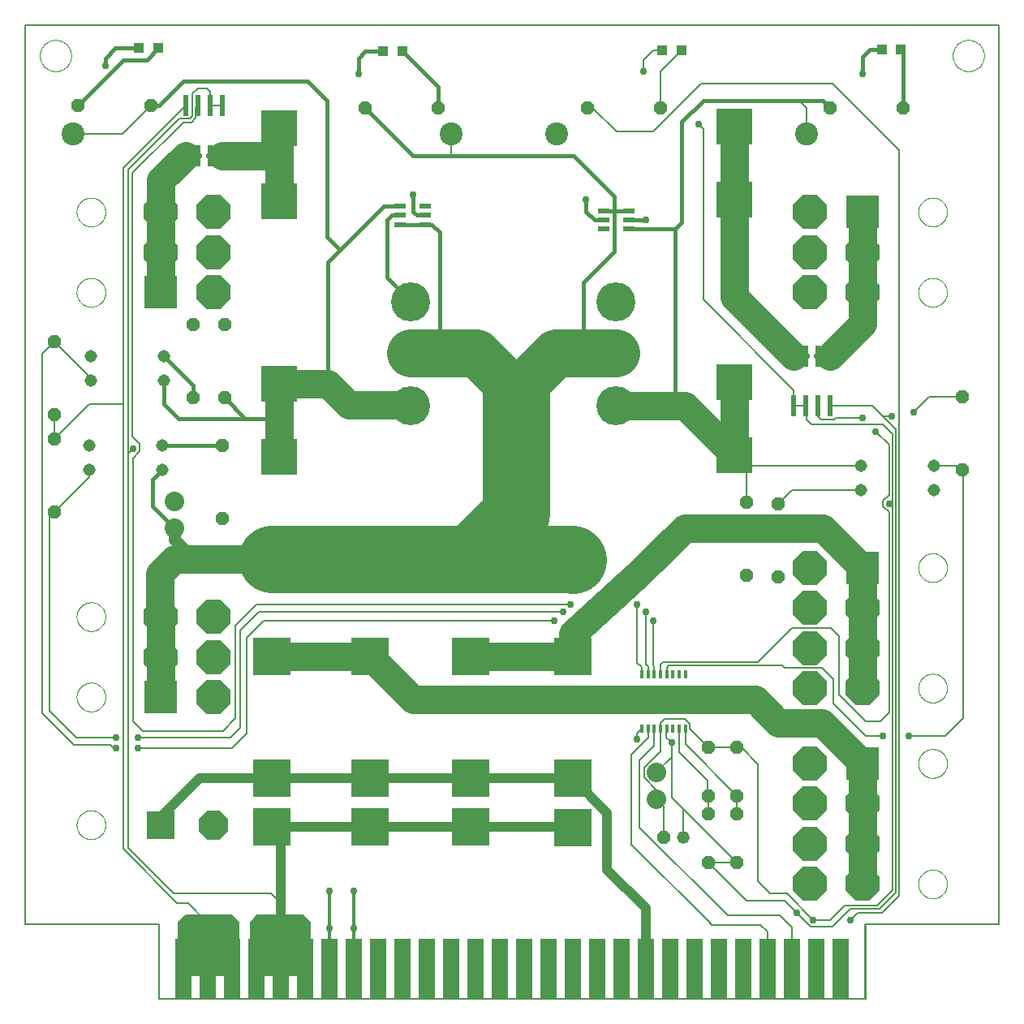
<source format=gtl>
G75*
%MOIN*%
%OFA0B0*%
%FSLAX25Y25*%
%IPPOS*%
%LPD*%
%AMOC8*
5,1,8,0,0,1.08239X$1,22.5*
%
%ADD10C,0.00600*%
%ADD11C,0.00000*%
%ADD12OC8,0.13780*%
%ADD13R,0.13780X0.13780*%
%ADD14R,0.04724X0.02165*%
%ADD15OC8,0.05200*%
%ADD16C,0.08000*%
%ADD17C,0.16000*%
%ADD18R,0.15748X0.15748*%
%ADD19R,0.15000X0.15000*%
%ADD20R,0.01378X0.03543*%
%ADD21R,0.02400X0.08700*%
%ADD22R,0.04331X0.04331*%
%ADD23R,0.06500X0.25000*%
%ADD24C,0.00500*%
%ADD25C,0.09449*%
%ADD26OC8,0.11811*%
%ADD27R,0.11811X0.11811*%
%ADD28C,0.05150*%
%ADD29C,0.05200*%
%ADD30C,0.02978*%
%ADD31C,0.01600*%
%ADD32C,0.01200*%
%ADD33C,0.04000*%
%ADD34C,0.11811*%
%ADD35C,0.00787*%
%ADD36C,0.03200*%
%ADD37C,0.27559*%
%ADD38C,0.19685*%
%ADD39C,0.00800*%
%ADD40C,0.05000*%
D10*
X0001350Y0035709D02*
X0056468Y0035709D01*
X0056468Y0005000D01*
X0346232Y0005000D01*
X0346232Y0035709D01*
X0401350Y0035709D01*
X0401350Y0405000D01*
X0001350Y0405000D01*
X0001350Y0035709D01*
X0041704Y0066516D02*
X0063850Y0044370D01*
X0068279Y0044370D01*
X0076153Y0036496D01*
X0076411Y0036238D01*
X0067295Y0039449D02*
X0085996Y0039449D01*
X0088948Y0036496D01*
X0088948Y0015827D01*
X0087964Y0014843D01*
X0065326Y0014843D01*
X0064342Y0015827D01*
X0064342Y0036496D01*
X0067295Y0039449D01*
X0066961Y0039115D02*
X0086329Y0039115D01*
X0086928Y0038517D02*
X0066363Y0038517D01*
X0065764Y0037918D02*
X0087526Y0037918D01*
X0088125Y0037320D02*
X0065166Y0037320D01*
X0064567Y0036721D02*
X0088723Y0036721D01*
X0088948Y0036123D02*
X0064342Y0036123D01*
X0064342Y0035524D02*
X0088948Y0035524D01*
X0088948Y0034926D02*
X0064342Y0034926D01*
X0064342Y0034327D02*
X0088948Y0034327D01*
X0088948Y0033729D02*
X0064342Y0033729D01*
X0064342Y0033130D02*
X0088948Y0033130D01*
X0088948Y0032532D02*
X0064342Y0032532D01*
X0064342Y0031933D02*
X0088948Y0031933D01*
X0088948Y0031334D02*
X0064342Y0031334D01*
X0064342Y0030736D02*
X0088948Y0030736D01*
X0088948Y0030137D02*
X0064342Y0030137D01*
X0064342Y0029539D02*
X0088948Y0029539D01*
X0088948Y0028940D02*
X0064342Y0028940D01*
X0064342Y0028342D02*
X0088948Y0028342D01*
X0088948Y0027743D02*
X0064342Y0027743D01*
X0064342Y0027145D02*
X0088948Y0027145D01*
X0088948Y0026546D02*
X0064342Y0026546D01*
X0064342Y0025948D02*
X0088948Y0025948D01*
X0088948Y0025349D02*
X0064342Y0025349D01*
X0064342Y0024751D02*
X0088948Y0024751D01*
X0088948Y0024152D02*
X0064342Y0024152D01*
X0064342Y0023554D02*
X0088948Y0023554D01*
X0088948Y0022955D02*
X0064342Y0022955D01*
X0064342Y0022357D02*
X0088948Y0022357D01*
X0088948Y0021758D02*
X0064342Y0021758D01*
X0064342Y0021160D02*
X0088948Y0021160D01*
X0088948Y0020561D02*
X0064342Y0020561D01*
X0064342Y0019963D02*
X0088948Y0019963D01*
X0088948Y0019364D02*
X0064342Y0019364D01*
X0064342Y0018766D02*
X0088948Y0018766D01*
X0088948Y0018167D02*
X0064342Y0018167D01*
X0064342Y0017569D02*
X0088948Y0017569D01*
X0088948Y0016970D02*
X0064342Y0016970D01*
X0064342Y0016372D02*
X0088948Y0016372D01*
X0088895Y0015773D02*
X0064396Y0015773D01*
X0064994Y0015175D02*
X0088296Y0015175D01*
X0093870Y0015827D02*
X0093870Y0036496D01*
X0096822Y0039449D01*
X0115523Y0039449D01*
X0118476Y0036496D01*
X0118476Y0015827D01*
X0117492Y0014843D01*
X0094854Y0014843D01*
X0093870Y0015827D01*
X0093923Y0015773D02*
X0118422Y0015773D01*
X0118476Y0016372D02*
X0093870Y0016372D01*
X0093870Y0016970D02*
X0118476Y0016970D01*
X0118476Y0017569D02*
X0093870Y0017569D01*
X0093870Y0018167D02*
X0118476Y0018167D01*
X0118476Y0018766D02*
X0093870Y0018766D01*
X0093870Y0019364D02*
X0118476Y0019364D01*
X0118476Y0019963D02*
X0093870Y0019963D01*
X0093870Y0020561D02*
X0118476Y0020561D01*
X0118476Y0021160D02*
X0093870Y0021160D01*
X0093870Y0021758D02*
X0118476Y0021758D01*
X0118476Y0022357D02*
X0093870Y0022357D01*
X0093870Y0022955D02*
X0118476Y0022955D01*
X0118476Y0023554D02*
X0093870Y0023554D01*
X0093870Y0024152D02*
X0118476Y0024152D01*
X0118476Y0024751D02*
X0093870Y0024751D01*
X0093870Y0025349D02*
X0118476Y0025349D01*
X0118476Y0025948D02*
X0093870Y0025948D01*
X0093870Y0026546D02*
X0118476Y0026546D01*
X0118476Y0027145D02*
X0093870Y0027145D01*
X0093870Y0027743D02*
X0118476Y0027743D01*
X0118476Y0028342D02*
X0093870Y0028342D01*
X0093870Y0028940D02*
X0118476Y0028940D01*
X0118476Y0029539D02*
X0093870Y0029539D01*
X0093870Y0030137D02*
X0118476Y0030137D01*
X0118476Y0030736D02*
X0093870Y0030736D01*
X0093870Y0031334D02*
X0118476Y0031334D01*
X0118476Y0031933D02*
X0093870Y0031933D01*
X0093870Y0032532D02*
X0118476Y0032532D01*
X0118476Y0033130D02*
X0093870Y0033130D01*
X0093870Y0033729D02*
X0118476Y0033729D01*
X0118476Y0034327D02*
X0093870Y0034327D01*
X0093870Y0034926D02*
X0118476Y0034926D01*
X0118476Y0035524D02*
X0093870Y0035524D01*
X0093870Y0036123D02*
X0118476Y0036123D01*
X0118251Y0036721D02*
X0094095Y0036721D01*
X0094693Y0037320D02*
X0117652Y0037320D01*
X0117054Y0037918D02*
X0095292Y0037918D01*
X0095890Y0038517D02*
X0116455Y0038517D01*
X0115857Y0039115D02*
X0096489Y0039115D01*
X0102474Y0048307D02*
X0062374Y0048307D01*
X0043673Y0067008D01*
X0043673Y0229000D01*
X0043850Y0229000D01*
X0045850Y0231000D01*
X0048446Y0229925D02*
X0045641Y0227120D01*
X0045641Y0119173D01*
X0049815Y0115000D01*
X0082614Y0115000D01*
X0087850Y0120236D01*
X0087850Y0158500D01*
X0096350Y0167000D01*
X0225350Y0167000D01*
X0222350Y0164000D02*
X0097350Y0164000D01*
X0089850Y0156500D01*
X0089850Y0116500D01*
X0085850Y0112500D01*
X0047850Y0112500D01*
X0047850Y0108000D02*
X0086350Y0108000D01*
X0092350Y0114000D01*
X0092350Y0153500D01*
X0099350Y0160500D01*
X0218850Y0160500D01*
X0252850Y0167000D02*
X0252850Y0143000D01*
X0254647Y0141203D01*
X0254647Y0138514D01*
X0257206Y0138514D02*
X0257206Y0141644D01*
X0256350Y0142500D01*
X0256350Y0164000D01*
X0259350Y0160500D02*
X0259350Y0142000D01*
X0259850Y0141500D01*
X0259850Y0138598D01*
X0259765Y0138514D01*
X0262324Y0138514D02*
X0262324Y0142474D01*
X0263350Y0143500D01*
X0302350Y0143500D01*
X0316350Y0157500D01*
X0332350Y0157500D01*
X0335850Y0154000D01*
X0335850Y0130000D01*
X0346677Y0119173D01*
X0352728Y0119173D01*
X0356242Y0122687D01*
X0356242Y0205047D01*
X0353864Y0207425D01*
X0353864Y0209575D01*
X0356242Y0211953D01*
X0356242Y0232608D01*
X0350850Y0238000D01*
X0353649Y0241000D02*
X0357649Y0237000D01*
X0357649Y0207311D01*
X0357649Y0049799D01*
X0351350Y0043500D01*
X0338078Y0043500D01*
X0332059Y0037480D01*
X0325169Y0037480D01*
X0314342Y0048307D01*
X0307452Y0048307D01*
X0302531Y0053228D01*
X0302531Y0101457D01*
X0295730Y0108258D01*
X0293820Y0108258D01*
X0282059Y0108258D01*
X0281960Y0108307D01*
X0274357Y0115960D01*
X0274357Y0118106D01*
X0272428Y0120035D01*
X0264145Y0120035D01*
X0262324Y0118214D01*
X0262324Y0115876D01*
X0262324Y0106697D01*
X0255743Y0100115D01*
X0255743Y0095885D01*
X0260850Y0090777D01*
X0260850Y0087000D01*
X0263850Y0084000D01*
X0263850Y0071500D01*
X0271850Y0071500D02*
X0271850Y0082915D01*
X0293820Y0060945D01*
X0281960Y0060945D01*
X0297551Y0045354D01*
X0313358Y0045354D01*
X0318279Y0040433D01*
X0324185Y0034528D01*
X0333043Y0034528D01*
X0340515Y0042000D01*
X0352350Y0042000D01*
X0359056Y0048706D01*
X0359056Y0239000D01*
X0353556Y0244500D01*
X0357350Y0244500D01*
X0353556Y0244500D02*
X0349518Y0248539D01*
X0332128Y0248539D01*
X0327128Y0248539D02*
X0327128Y0244222D01*
X0328350Y0243000D01*
X0328431Y0243081D01*
X0333786Y0243081D01*
X0334301Y0243596D01*
X0345350Y0243596D01*
X0353649Y0241000D02*
X0324350Y0241000D01*
X0322216Y0243134D01*
X0322216Y0248450D01*
X0322128Y0248539D01*
X0317128Y0248539D01*
X0317128Y0255167D01*
X0279893Y0292402D01*
X0279893Y0362283D01*
X0277925Y0364252D01*
X0278909Y0380984D02*
X0259224Y0361299D01*
X0244224Y0361299D01*
X0234381Y0371142D01*
X0232413Y0371142D01*
X0255287Y0385906D02*
X0255287Y0390827D01*
X0259224Y0394764D01*
X0263161Y0394764D01*
X0271035Y0394764D02*
X0262413Y0386142D01*
X0262413Y0371142D01*
X0278909Y0380984D02*
X0333043Y0380984D01*
X0360463Y0353564D01*
X0360463Y0047422D01*
X0353350Y0040309D01*
X0343271Y0040309D01*
X0340443Y0037480D01*
X0316411Y0034427D02*
X0316411Y0017500D01*
X0316311Y0017600D01*
X0306468Y0017557D02*
X0306411Y0017500D01*
X0306468Y0017557D02*
X0306468Y0032559D01*
X0303515Y0035512D01*
X0283338Y0035512D01*
X0282600Y0036250D01*
X0282850Y0036000D01*
X0282600Y0036250D02*
X0250350Y0068500D01*
X0250350Y0105500D01*
X0257206Y0112356D01*
X0257206Y0115876D01*
X0254647Y0115876D02*
X0252764Y0113993D01*
X0252764Y0111586D01*
X0259765Y0108915D02*
X0253850Y0103000D01*
X0253850Y0075500D01*
X0289901Y0039449D01*
X0311389Y0039449D01*
X0316411Y0034427D01*
X0293820Y0080945D02*
X0293820Y0088258D01*
X0272561Y0109518D01*
X0272561Y0115876D01*
X0270002Y0115876D02*
X0270002Y0106427D01*
X0281862Y0094567D01*
X0281862Y0088455D01*
X0281960Y0088307D01*
X0281960Y0080945D01*
X0271850Y0082915D02*
X0267098Y0087667D01*
X0267098Y0104500D01*
X0260850Y0098252D01*
X0260850Y0098000D01*
X0267098Y0104500D02*
X0267098Y0110252D01*
X0264850Y0112500D01*
X0264850Y0115843D01*
X0264883Y0115876D01*
X0259765Y0115876D02*
X0259765Y0108915D01*
X0264883Y0138514D02*
X0264883Y0141033D01*
X0265850Y0142000D01*
X0312350Y0142000D01*
X0313350Y0141000D01*
X0328850Y0141000D01*
X0333350Y0136500D01*
X0333350Y0126500D01*
X0346850Y0113000D01*
X0353850Y0113000D01*
X0364350Y0113000D02*
X0379350Y0113000D01*
X0386850Y0120500D01*
X0386850Y0222000D01*
X0386350Y0222500D01*
X0384850Y0224000D01*
X0374850Y0224000D01*
X0366350Y0246000D02*
X0372850Y0252500D01*
X0386350Y0252500D01*
X0344850Y0224000D02*
X0297094Y0224000D01*
X0292836Y0228258D01*
X0297850Y0223244D01*
X0297850Y0209000D01*
X0310850Y0208500D02*
X0316350Y0214000D01*
X0344850Y0214000D01*
X0356460Y0208500D02*
X0357649Y0207311D01*
X0272309Y0248785D02*
X0268328Y0252766D01*
X0234618Y0272254D02*
X0232649Y0270285D01*
X0219391Y0270285D02*
X0219391Y0279085D01*
X0173594Y0270285D02*
X0171886Y0271993D01*
X0176350Y0351457D02*
X0176405Y0351512D01*
X0176405Y0360315D01*
X0082374Y0372042D02*
X0077374Y0372042D01*
X0077374Y0377795D01*
X0076153Y0379016D01*
X0072232Y0379016D01*
X0070067Y0376851D01*
X0070067Y0367619D01*
X0069032Y0366585D01*
X0064707Y0366585D01*
X0043673Y0345551D01*
X0043673Y0229000D01*
X0048446Y0229925D02*
X0048446Y0232904D01*
X0045350Y0236000D01*
X0045350Y0344276D01*
X0066252Y0365178D01*
X0069615Y0365178D01*
X0071474Y0367037D01*
X0071474Y0371142D01*
X0072374Y0372042D01*
X0067374Y0372042D02*
X0041704Y0346373D01*
X0041704Y0249500D01*
X0027850Y0249500D01*
X0013350Y0235000D01*
X0013350Y0245000D01*
X0028350Y0259000D02*
X0028350Y0260000D01*
X0013350Y0275000D01*
X0008350Y0270000D01*
X0008350Y0122500D01*
X0021350Y0109500D01*
X0036350Y0109500D01*
X0037850Y0108000D01*
X0038850Y0108000D01*
X0038850Y0112500D02*
X0022350Y0112500D01*
X0011350Y0123500D01*
X0011350Y0203000D01*
X0013350Y0205000D01*
X0027850Y0219500D01*
X0027850Y0222500D01*
X0041704Y0249500D02*
X0041704Y0066516D01*
X0094522Y0015175D02*
X0117824Y0015175D01*
X0106411Y0017500D02*
X0105681Y0017500D01*
X0106411Y0044370D02*
X0102474Y0048307D01*
D11*
X0022504Y0076500D02*
X0022506Y0076653D01*
X0022512Y0076807D01*
X0022522Y0076960D01*
X0022536Y0077112D01*
X0022554Y0077265D01*
X0022576Y0077416D01*
X0022601Y0077567D01*
X0022631Y0077718D01*
X0022665Y0077868D01*
X0022702Y0078016D01*
X0022743Y0078164D01*
X0022788Y0078310D01*
X0022837Y0078456D01*
X0022890Y0078600D01*
X0022946Y0078742D01*
X0023006Y0078883D01*
X0023070Y0079023D01*
X0023137Y0079161D01*
X0023208Y0079297D01*
X0023283Y0079431D01*
X0023360Y0079563D01*
X0023442Y0079693D01*
X0023526Y0079821D01*
X0023614Y0079947D01*
X0023705Y0080070D01*
X0023799Y0080191D01*
X0023897Y0080309D01*
X0023997Y0080425D01*
X0024101Y0080538D01*
X0024207Y0080649D01*
X0024316Y0080757D01*
X0024428Y0080862D01*
X0024542Y0080963D01*
X0024660Y0081062D01*
X0024779Y0081158D01*
X0024901Y0081251D01*
X0025026Y0081340D01*
X0025153Y0081427D01*
X0025282Y0081509D01*
X0025413Y0081589D01*
X0025546Y0081665D01*
X0025681Y0081738D01*
X0025818Y0081807D01*
X0025957Y0081872D01*
X0026097Y0081934D01*
X0026239Y0081992D01*
X0026382Y0082047D01*
X0026527Y0082098D01*
X0026673Y0082145D01*
X0026820Y0082188D01*
X0026968Y0082227D01*
X0027117Y0082263D01*
X0027267Y0082294D01*
X0027418Y0082322D01*
X0027569Y0082346D01*
X0027722Y0082366D01*
X0027874Y0082382D01*
X0028027Y0082394D01*
X0028180Y0082402D01*
X0028333Y0082406D01*
X0028487Y0082406D01*
X0028640Y0082402D01*
X0028793Y0082394D01*
X0028946Y0082382D01*
X0029098Y0082366D01*
X0029251Y0082346D01*
X0029402Y0082322D01*
X0029553Y0082294D01*
X0029703Y0082263D01*
X0029852Y0082227D01*
X0030000Y0082188D01*
X0030147Y0082145D01*
X0030293Y0082098D01*
X0030438Y0082047D01*
X0030581Y0081992D01*
X0030723Y0081934D01*
X0030863Y0081872D01*
X0031002Y0081807D01*
X0031139Y0081738D01*
X0031274Y0081665D01*
X0031407Y0081589D01*
X0031538Y0081509D01*
X0031667Y0081427D01*
X0031794Y0081340D01*
X0031919Y0081251D01*
X0032041Y0081158D01*
X0032160Y0081062D01*
X0032278Y0080963D01*
X0032392Y0080862D01*
X0032504Y0080757D01*
X0032613Y0080649D01*
X0032719Y0080538D01*
X0032823Y0080425D01*
X0032923Y0080309D01*
X0033021Y0080191D01*
X0033115Y0080070D01*
X0033206Y0079947D01*
X0033294Y0079821D01*
X0033378Y0079693D01*
X0033460Y0079563D01*
X0033537Y0079431D01*
X0033612Y0079297D01*
X0033683Y0079161D01*
X0033750Y0079023D01*
X0033814Y0078883D01*
X0033874Y0078742D01*
X0033930Y0078600D01*
X0033983Y0078456D01*
X0034032Y0078310D01*
X0034077Y0078164D01*
X0034118Y0078016D01*
X0034155Y0077868D01*
X0034189Y0077718D01*
X0034219Y0077567D01*
X0034244Y0077416D01*
X0034266Y0077265D01*
X0034284Y0077112D01*
X0034298Y0076960D01*
X0034308Y0076807D01*
X0034314Y0076653D01*
X0034316Y0076500D01*
X0034314Y0076347D01*
X0034308Y0076193D01*
X0034298Y0076040D01*
X0034284Y0075888D01*
X0034266Y0075735D01*
X0034244Y0075584D01*
X0034219Y0075433D01*
X0034189Y0075282D01*
X0034155Y0075132D01*
X0034118Y0074984D01*
X0034077Y0074836D01*
X0034032Y0074690D01*
X0033983Y0074544D01*
X0033930Y0074400D01*
X0033874Y0074258D01*
X0033814Y0074117D01*
X0033750Y0073977D01*
X0033683Y0073839D01*
X0033612Y0073703D01*
X0033537Y0073569D01*
X0033460Y0073437D01*
X0033378Y0073307D01*
X0033294Y0073179D01*
X0033206Y0073053D01*
X0033115Y0072930D01*
X0033021Y0072809D01*
X0032923Y0072691D01*
X0032823Y0072575D01*
X0032719Y0072462D01*
X0032613Y0072351D01*
X0032504Y0072243D01*
X0032392Y0072138D01*
X0032278Y0072037D01*
X0032160Y0071938D01*
X0032041Y0071842D01*
X0031919Y0071749D01*
X0031794Y0071660D01*
X0031667Y0071573D01*
X0031538Y0071491D01*
X0031407Y0071411D01*
X0031274Y0071335D01*
X0031139Y0071262D01*
X0031002Y0071193D01*
X0030863Y0071128D01*
X0030723Y0071066D01*
X0030581Y0071008D01*
X0030438Y0070953D01*
X0030293Y0070902D01*
X0030147Y0070855D01*
X0030000Y0070812D01*
X0029852Y0070773D01*
X0029703Y0070737D01*
X0029553Y0070706D01*
X0029402Y0070678D01*
X0029251Y0070654D01*
X0029098Y0070634D01*
X0028946Y0070618D01*
X0028793Y0070606D01*
X0028640Y0070598D01*
X0028487Y0070594D01*
X0028333Y0070594D01*
X0028180Y0070598D01*
X0028027Y0070606D01*
X0027874Y0070618D01*
X0027722Y0070634D01*
X0027569Y0070654D01*
X0027418Y0070678D01*
X0027267Y0070706D01*
X0027117Y0070737D01*
X0026968Y0070773D01*
X0026820Y0070812D01*
X0026673Y0070855D01*
X0026527Y0070902D01*
X0026382Y0070953D01*
X0026239Y0071008D01*
X0026097Y0071066D01*
X0025957Y0071128D01*
X0025818Y0071193D01*
X0025681Y0071262D01*
X0025546Y0071335D01*
X0025413Y0071411D01*
X0025282Y0071491D01*
X0025153Y0071573D01*
X0025026Y0071660D01*
X0024901Y0071749D01*
X0024779Y0071842D01*
X0024660Y0071938D01*
X0024542Y0072037D01*
X0024428Y0072138D01*
X0024316Y0072243D01*
X0024207Y0072351D01*
X0024101Y0072462D01*
X0023997Y0072575D01*
X0023897Y0072691D01*
X0023799Y0072809D01*
X0023705Y0072930D01*
X0023614Y0073053D01*
X0023526Y0073179D01*
X0023442Y0073307D01*
X0023360Y0073437D01*
X0023283Y0073569D01*
X0023208Y0073703D01*
X0023137Y0073839D01*
X0023070Y0073977D01*
X0023006Y0074117D01*
X0022946Y0074258D01*
X0022890Y0074400D01*
X0022837Y0074544D01*
X0022788Y0074690D01*
X0022743Y0074836D01*
X0022702Y0074984D01*
X0022665Y0075132D01*
X0022631Y0075282D01*
X0022601Y0075433D01*
X0022576Y0075584D01*
X0022554Y0075735D01*
X0022536Y0075888D01*
X0022522Y0076040D01*
X0022512Y0076193D01*
X0022506Y0076347D01*
X0022504Y0076500D01*
X0022504Y0129002D02*
X0022506Y0129155D01*
X0022512Y0129309D01*
X0022522Y0129462D01*
X0022536Y0129614D01*
X0022554Y0129767D01*
X0022576Y0129918D01*
X0022601Y0130069D01*
X0022631Y0130220D01*
X0022665Y0130370D01*
X0022702Y0130518D01*
X0022743Y0130666D01*
X0022788Y0130812D01*
X0022837Y0130958D01*
X0022890Y0131102D01*
X0022946Y0131244D01*
X0023006Y0131385D01*
X0023070Y0131525D01*
X0023137Y0131663D01*
X0023208Y0131799D01*
X0023283Y0131933D01*
X0023360Y0132065D01*
X0023442Y0132195D01*
X0023526Y0132323D01*
X0023614Y0132449D01*
X0023705Y0132572D01*
X0023799Y0132693D01*
X0023897Y0132811D01*
X0023997Y0132927D01*
X0024101Y0133040D01*
X0024207Y0133151D01*
X0024316Y0133259D01*
X0024428Y0133364D01*
X0024542Y0133465D01*
X0024660Y0133564D01*
X0024779Y0133660D01*
X0024901Y0133753D01*
X0025026Y0133842D01*
X0025153Y0133929D01*
X0025282Y0134011D01*
X0025413Y0134091D01*
X0025546Y0134167D01*
X0025681Y0134240D01*
X0025818Y0134309D01*
X0025957Y0134374D01*
X0026097Y0134436D01*
X0026239Y0134494D01*
X0026382Y0134549D01*
X0026527Y0134600D01*
X0026673Y0134647D01*
X0026820Y0134690D01*
X0026968Y0134729D01*
X0027117Y0134765D01*
X0027267Y0134796D01*
X0027418Y0134824D01*
X0027569Y0134848D01*
X0027722Y0134868D01*
X0027874Y0134884D01*
X0028027Y0134896D01*
X0028180Y0134904D01*
X0028333Y0134908D01*
X0028487Y0134908D01*
X0028640Y0134904D01*
X0028793Y0134896D01*
X0028946Y0134884D01*
X0029098Y0134868D01*
X0029251Y0134848D01*
X0029402Y0134824D01*
X0029553Y0134796D01*
X0029703Y0134765D01*
X0029852Y0134729D01*
X0030000Y0134690D01*
X0030147Y0134647D01*
X0030293Y0134600D01*
X0030438Y0134549D01*
X0030581Y0134494D01*
X0030723Y0134436D01*
X0030863Y0134374D01*
X0031002Y0134309D01*
X0031139Y0134240D01*
X0031274Y0134167D01*
X0031407Y0134091D01*
X0031538Y0134011D01*
X0031667Y0133929D01*
X0031794Y0133842D01*
X0031919Y0133753D01*
X0032041Y0133660D01*
X0032160Y0133564D01*
X0032278Y0133465D01*
X0032392Y0133364D01*
X0032504Y0133259D01*
X0032613Y0133151D01*
X0032719Y0133040D01*
X0032823Y0132927D01*
X0032923Y0132811D01*
X0033021Y0132693D01*
X0033115Y0132572D01*
X0033206Y0132449D01*
X0033294Y0132323D01*
X0033378Y0132195D01*
X0033460Y0132065D01*
X0033537Y0131933D01*
X0033612Y0131799D01*
X0033683Y0131663D01*
X0033750Y0131525D01*
X0033814Y0131385D01*
X0033874Y0131244D01*
X0033930Y0131102D01*
X0033983Y0130958D01*
X0034032Y0130812D01*
X0034077Y0130666D01*
X0034118Y0130518D01*
X0034155Y0130370D01*
X0034189Y0130220D01*
X0034219Y0130069D01*
X0034244Y0129918D01*
X0034266Y0129767D01*
X0034284Y0129614D01*
X0034298Y0129462D01*
X0034308Y0129309D01*
X0034314Y0129155D01*
X0034316Y0129002D01*
X0034314Y0128849D01*
X0034308Y0128695D01*
X0034298Y0128542D01*
X0034284Y0128390D01*
X0034266Y0128237D01*
X0034244Y0128086D01*
X0034219Y0127935D01*
X0034189Y0127784D01*
X0034155Y0127634D01*
X0034118Y0127486D01*
X0034077Y0127338D01*
X0034032Y0127192D01*
X0033983Y0127046D01*
X0033930Y0126902D01*
X0033874Y0126760D01*
X0033814Y0126619D01*
X0033750Y0126479D01*
X0033683Y0126341D01*
X0033612Y0126205D01*
X0033537Y0126071D01*
X0033460Y0125939D01*
X0033378Y0125809D01*
X0033294Y0125681D01*
X0033206Y0125555D01*
X0033115Y0125432D01*
X0033021Y0125311D01*
X0032923Y0125193D01*
X0032823Y0125077D01*
X0032719Y0124964D01*
X0032613Y0124853D01*
X0032504Y0124745D01*
X0032392Y0124640D01*
X0032278Y0124539D01*
X0032160Y0124440D01*
X0032041Y0124344D01*
X0031919Y0124251D01*
X0031794Y0124162D01*
X0031667Y0124075D01*
X0031538Y0123993D01*
X0031407Y0123913D01*
X0031274Y0123837D01*
X0031139Y0123764D01*
X0031002Y0123695D01*
X0030863Y0123630D01*
X0030723Y0123568D01*
X0030581Y0123510D01*
X0030438Y0123455D01*
X0030293Y0123404D01*
X0030147Y0123357D01*
X0030000Y0123314D01*
X0029852Y0123275D01*
X0029703Y0123239D01*
X0029553Y0123208D01*
X0029402Y0123180D01*
X0029251Y0123156D01*
X0029098Y0123136D01*
X0028946Y0123120D01*
X0028793Y0123108D01*
X0028640Y0123100D01*
X0028487Y0123096D01*
X0028333Y0123096D01*
X0028180Y0123100D01*
X0028027Y0123108D01*
X0027874Y0123120D01*
X0027722Y0123136D01*
X0027569Y0123156D01*
X0027418Y0123180D01*
X0027267Y0123208D01*
X0027117Y0123239D01*
X0026968Y0123275D01*
X0026820Y0123314D01*
X0026673Y0123357D01*
X0026527Y0123404D01*
X0026382Y0123455D01*
X0026239Y0123510D01*
X0026097Y0123568D01*
X0025957Y0123630D01*
X0025818Y0123695D01*
X0025681Y0123764D01*
X0025546Y0123837D01*
X0025413Y0123913D01*
X0025282Y0123993D01*
X0025153Y0124075D01*
X0025026Y0124162D01*
X0024901Y0124251D01*
X0024779Y0124344D01*
X0024660Y0124440D01*
X0024542Y0124539D01*
X0024428Y0124640D01*
X0024316Y0124745D01*
X0024207Y0124853D01*
X0024101Y0124964D01*
X0023997Y0125077D01*
X0023897Y0125193D01*
X0023799Y0125311D01*
X0023705Y0125432D01*
X0023614Y0125555D01*
X0023526Y0125681D01*
X0023442Y0125809D01*
X0023360Y0125939D01*
X0023283Y0126071D01*
X0023208Y0126205D01*
X0023137Y0126341D01*
X0023070Y0126479D01*
X0023006Y0126619D01*
X0022946Y0126760D01*
X0022890Y0126902D01*
X0022837Y0127046D01*
X0022788Y0127192D01*
X0022743Y0127338D01*
X0022702Y0127486D01*
X0022665Y0127634D01*
X0022631Y0127784D01*
X0022601Y0127935D01*
X0022576Y0128086D01*
X0022554Y0128237D01*
X0022536Y0128390D01*
X0022522Y0128542D01*
X0022512Y0128695D01*
X0022506Y0128849D01*
X0022504Y0129002D01*
X0022504Y0162002D02*
X0022506Y0162155D01*
X0022512Y0162309D01*
X0022522Y0162462D01*
X0022536Y0162614D01*
X0022554Y0162767D01*
X0022576Y0162918D01*
X0022601Y0163069D01*
X0022631Y0163220D01*
X0022665Y0163370D01*
X0022702Y0163518D01*
X0022743Y0163666D01*
X0022788Y0163812D01*
X0022837Y0163958D01*
X0022890Y0164102D01*
X0022946Y0164244D01*
X0023006Y0164385D01*
X0023070Y0164525D01*
X0023137Y0164663D01*
X0023208Y0164799D01*
X0023283Y0164933D01*
X0023360Y0165065D01*
X0023442Y0165195D01*
X0023526Y0165323D01*
X0023614Y0165449D01*
X0023705Y0165572D01*
X0023799Y0165693D01*
X0023897Y0165811D01*
X0023997Y0165927D01*
X0024101Y0166040D01*
X0024207Y0166151D01*
X0024316Y0166259D01*
X0024428Y0166364D01*
X0024542Y0166465D01*
X0024660Y0166564D01*
X0024779Y0166660D01*
X0024901Y0166753D01*
X0025026Y0166842D01*
X0025153Y0166929D01*
X0025282Y0167011D01*
X0025413Y0167091D01*
X0025546Y0167167D01*
X0025681Y0167240D01*
X0025818Y0167309D01*
X0025957Y0167374D01*
X0026097Y0167436D01*
X0026239Y0167494D01*
X0026382Y0167549D01*
X0026527Y0167600D01*
X0026673Y0167647D01*
X0026820Y0167690D01*
X0026968Y0167729D01*
X0027117Y0167765D01*
X0027267Y0167796D01*
X0027418Y0167824D01*
X0027569Y0167848D01*
X0027722Y0167868D01*
X0027874Y0167884D01*
X0028027Y0167896D01*
X0028180Y0167904D01*
X0028333Y0167908D01*
X0028487Y0167908D01*
X0028640Y0167904D01*
X0028793Y0167896D01*
X0028946Y0167884D01*
X0029098Y0167868D01*
X0029251Y0167848D01*
X0029402Y0167824D01*
X0029553Y0167796D01*
X0029703Y0167765D01*
X0029852Y0167729D01*
X0030000Y0167690D01*
X0030147Y0167647D01*
X0030293Y0167600D01*
X0030438Y0167549D01*
X0030581Y0167494D01*
X0030723Y0167436D01*
X0030863Y0167374D01*
X0031002Y0167309D01*
X0031139Y0167240D01*
X0031274Y0167167D01*
X0031407Y0167091D01*
X0031538Y0167011D01*
X0031667Y0166929D01*
X0031794Y0166842D01*
X0031919Y0166753D01*
X0032041Y0166660D01*
X0032160Y0166564D01*
X0032278Y0166465D01*
X0032392Y0166364D01*
X0032504Y0166259D01*
X0032613Y0166151D01*
X0032719Y0166040D01*
X0032823Y0165927D01*
X0032923Y0165811D01*
X0033021Y0165693D01*
X0033115Y0165572D01*
X0033206Y0165449D01*
X0033294Y0165323D01*
X0033378Y0165195D01*
X0033460Y0165065D01*
X0033537Y0164933D01*
X0033612Y0164799D01*
X0033683Y0164663D01*
X0033750Y0164525D01*
X0033814Y0164385D01*
X0033874Y0164244D01*
X0033930Y0164102D01*
X0033983Y0163958D01*
X0034032Y0163812D01*
X0034077Y0163666D01*
X0034118Y0163518D01*
X0034155Y0163370D01*
X0034189Y0163220D01*
X0034219Y0163069D01*
X0034244Y0162918D01*
X0034266Y0162767D01*
X0034284Y0162614D01*
X0034298Y0162462D01*
X0034308Y0162309D01*
X0034314Y0162155D01*
X0034316Y0162002D01*
X0034314Y0161849D01*
X0034308Y0161695D01*
X0034298Y0161542D01*
X0034284Y0161390D01*
X0034266Y0161237D01*
X0034244Y0161086D01*
X0034219Y0160935D01*
X0034189Y0160784D01*
X0034155Y0160634D01*
X0034118Y0160486D01*
X0034077Y0160338D01*
X0034032Y0160192D01*
X0033983Y0160046D01*
X0033930Y0159902D01*
X0033874Y0159760D01*
X0033814Y0159619D01*
X0033750Y0159479D01*
X0033683Y0159341D01*
X0033612Y0159205D01*
X0033537Y0159071D01*
X0033460Y0158939D01*
X0033378Y0158809D01*
X0033294Y0158681D01*
X0033206Y0158555D01*
X0033115Y0158432D01*
X0033021Y0158311D01*
X0032923Y0158193D01*
X0032823Y0158077D01*
X0032719Y0157964D01*
X0032613Y0157853D01*
X0032504Y0157745D01*
X0032392Y0157640D01*
X0032278Y0157539D01*
X0032160Y0157440D01*
X0032041Y0157344D01*
X0031919Y0157251D01*
X0031794Y0157162D01*
X0031667Y0157075D01*
X0031538Y0156993D01*
X0031407Y0156913D01*
X0031274Y0156837D01*
X0031139Y0156764D01*
X0031002Y0156695D01*
X0030863Y0156630D01*
X0030723Y0156568D01*
X0030581Y0156510D01*
X0030438Y0156455D01*
X0030293Y0156404D01*
X0030147Y0156357D01*
X0030000Y0156314D01*
X0029852Y0156275D01*
X0029703Y0156239D01*
X0029553Y0156208D01*
X0029402Y0156180D01*
X0029251Y0156156D01*
X0029098Y0156136D01*
X0028946Y0156120D01*
X0028793Y0156108D01*
X0028640Y0156100D01*
X0028487Y0156096D01*
X0028333Y0156096D01*
X0028180Y0156100D01*
X0028027Y0156108D01*
X0027874Y0156120D01*
X0027722Y0156136D01*
X0027569Y0156156D01*
X0027418Y0156180D01*
X0027267Y0156208D01*
X0027117Y0156239D01*
X0026968Y0156275D01*
X0026820Y0156314D01*
X0026673Y0156357D01*
X0026527Y0156404D01*
X0026382Y0156455D01*
X0026239Y0156510D01*
X0026097Y0156568D01*
X0025957Y0156630D01*
X0025818Y0156695D01*
X0025681Y0156764D01*
X0025546Y0156837D01*
X0025413Y0156913D01*
X0025282Y0156993D01*
X0025153Y0157075D01*
X0025026Y0157162D01*
X0024901Y0157251D01*
X0024779Y0157344D01*
X0024660Y0157440D01*
X0024542Y0157539D01*
X0024428Y0157640D01*
X0024316Y0157745D01*
X0024207Y0157853D01*
X0024101Y0157964D01*
X0023997Y0158077D01*
X0023897Y0158193D01*
X0023799Y0158311D01*
X0023705Y0158432D01*
X0023614Y0158555D01*
X0023526Y0158681D01*
X0023442Y0158809D01*
X0023360Y0158939D01*
X0023283Y0159071D01*
X0023208Y0159205D01*
X0023137Y0159341D01*
X0023070Y0159479D01*
X0023006Y0159619D01*
X0022946Y0159760D01*
X0022890Y0159902D01*
X0022837Y0160046D01*
X0022788Y0160192D01*
X0022743Y0160338D01*
X0022702Y0160486D01*
X0022665Y0160634D01*
X0022631Y0160784D01*
X0022601Y0160935D01*
X0022576Y0161086D01*
X0022554Y0161237D01*
X0022536Y0161390D01*
X0022522Y0161542D01*
X0022512Y0161695D01*
X0022506Y0161849D01*
X0022504Y0162002D01*
X0022511Y0295242D02*
X0022513Y0295395D01*
X0022519Y0295549D01*
X0022529Y0295702D01*
X0022543Y0295854D01*
X0022561Y0296007D01*
X0022583Y0296158D01*
X0022608Y0296309D01*
X0022638Y0296460D01*
X0022672Y0296610D01*
X0022709Y0296758D01*
X0022750Y0296906D01*
X0022795Y0297052D01*
X0022844Y0297198D01*
X0022897Y0297342D01*
X0022953Y0297484D01*
X0023013Y0297625D01*
X0023077Y0297765D01*
X0023144Y0297903D01*
X0023215Y0298039D01*
X0023290Y0298173D01*
X0023367Y0298305D01*
X0023449Y0298435D01*
X0023533Y0298563D01*
X0023621Y0298689D01*
X0023712Y0298812D01*
X0023806Y0298933D01*
X0023904Y0299051D01*
X0024004Y0299167D01*
X0024108Y0299280D01*
X0024214Y0299391D01*
X0024323Y0299499D01*
X0024435Y0299604D01*
X0024549Y0299705D01*
X0024667Y0299804D01*
X0024786Y0299900D01*
X0024908Y0299993D01*
X0025033Y0300082D01*
X0025160Y0300169D01*
X0025289Y0300251D01*
X0025420Y0300331D01*
X0025553Y0300407D01*
X0025688Y0300480D01*
X0025825Y0300549D01*
X0025964Y0300614D01*
X0026104Y0300676D01*
X0026246Y0300734D01*
X0026389Y0300789D01*
X0026534Y0300840D01*
X0026680Y0300887D01*
X0026827Y0300930D01*
X0026975Y0300969D01*
X0027124Y0301005D01*
X0027274Y0301036D01*
X0027425Y0301064D01*
X0027576Y0301088D01*
X0027729Y0301108D01*
X0027881Y0301124D01*
X0028034Y0301136D01*
X0028187Y0301144D01*
X0028340Y0301148D01*
X0028494Y0301148D01*
X0028647Y0301144D01*
X0028800Y0301136D01*
X0028953Y0301124D01*
X0029105Y0301108D01*
X0029258Y0301088D01*
X0029409Y0301064D01*
X0029560Y0301036D01*
X0029710Y0301005D01*
X0029859Y0300969D01*
X0030007Y0300930D01*
X0030154Y0300887D01*
X0030300Y0300840D01*
X0030445Y0300789D01*
X0030588Y0300734D01*
X0030730Y0300676D01*
X0030870Y0300614D01*
X0031009Y0300549D01*
X0031146Y0300480D01*
X0031281Y0300407D01*
X0031414Y0300331D01*
X0031545Y0300251D01*
X0031674Y0300169D01*
X0031801Y0300082D01*
X0031926Y0299993D01*
X0032048Y0299900D01*
X0032167Y0299804D01*
X0032285Y0299705D01*
X0032399Y0299604D01*
X0032511Y0299499D01*
X0032620Y0299391D01*
X0032726Y0299280D01*
X0032830Y0299167D01*
X0032930Y0299051D01*
X0033028Y0298933D01*
X0033122Y0298812D01*
X0033213Y0298689D01*
X0033301Y0298563D01*
X0033385Y0298435D01*
X0033467Y0298305D01*
X0033544Y0298173D01*
X0033619Y0298039D01*
X0033690Y0297903D01*
X0033757Y0297765D01*
X0033821Y0297625D01*
X0033881Y0297484D01*
X0033937Y0297342D01*
X0033990Y0297198D01*
X0034039Y0297052D01*
X0034084Y0296906D01*
X0034125Y0296758D01*
X0034162Y0296610D01*
X0034196Y0296460D01*
X0034226Y0296309D01*
X0034251Y0296158D01*
X0034273Y0296007D01*
X0034291Y0295854D01*
X0034305Y0295702D01*
X0034315Y0295549D01*
X0034321Y0295395D01*
X0034323Y0295242D01*
X0034321Y0295089D01*
X0034315Y0294935D01*
X0034305Y0294782D01*
X0034291Y0294630D01*
X0034273Y0294477D01*
X0034251Y0294326D01*
X0034226Y0294175D01*
X0034196Y0294024D01*
X0034162Y0293874D01*
X0034125Y0293726D01*
X0034084Y0293578D01*
X0034039Y0293432D01*
X0033990Y0293286D01*
X0033937Y0293142D01*
X0033881Y0293000D01*
X0033821Y0292859D01*
X0033757Y0292719D01*
X0033690Y0292581D01*
X0033619Y0292445D01*
X0033544Y0292311D01*
X0033467Y0292179D01*
X0033385Y0292049D01*
X0033301Y0291921D01*
X0033213Y0291795D01*
X0033122Y0291672D01*
X0033028Y0291551D01*
X0032930Y0291433D01*
X0032830Y0291317D01*
X0032726Y0291204D01*
X0032620Y0291093D01*
X0032511Y0290985D01*
X0032399Y0290880D01*
X0032285Y0290779D01*
X0032167Y0290680D01*
X0032048Y0290584D01*
X0031926Y0290491D01*
X0031801Y0290402D01*
X0031674Y0290315D01*
X0031545Y0290233D01*
X0031414Y0290153D01*
X0031281Y0290077D01*
X0031146Y0290004D01*
X0031009Y0289935D01*
X0030870Y0289870D01*
X0030730Y0289808D01*
X0030588Y0289750D01*
X0030445Y0289695D01*
X0030300Y0289644D01*
X0030154Y0289597D01*
X0030007Y0289554D01*
X0029859Y0289515D01*
X0029710Y0289479D01*
X0029560Y0289448D01*
X0029409Y0289420D01*
X0029258Y0289396D01*
X0029105Y0289376D01*
X0028953Y0289360D01*
X0028800Y0289348D01*
X0028647Y0289340D01*
X0028494Y0289336D01*
X0028340Y0289336D01*
X0028187Y0289340D01*
X0028034Y0289348D01*
X0027881Y0289360D01*
X0027729Y0289376D01*
X0027576Y0289396D01*
X0027425Y0289420D01*
X0027274Y0289448D01*
X0027124Y0289479D01*
X0026975Y0289515D01*
X0026827Y0289554D01*
X0026680Y0289597D01*
X0026534Y0289644D01*
X0026389Y0289695D01*
X0026246Y0289750D01*
X0026104Y0289808D01*
X0025964Y0289870D01*
X0025825Y0289935D01*
X0025688Y0290004D01*
X0025553Y0290077D01*
X0025420Y0290153D01*
X0025289Y0290233D01*
X0025160Y0290315D01*
X0025033Y0290402D01*
X0024908Y0290491D01*
X0024786Y0290584D01*
X0024667Y0290680D01*
X0024549Y0290779D01*
X0024435Y0290880D01*
X0024323Y0290985D01*
X0024214Y0291093D01*
X0024108Y0291204D01*
X0024004Y0291317D01*
X0023904Y0291433D01*
X0023806Y0291551D01*
X0023712Y0291672D01*
X0023621Y0291795D01*
X0023533Y0291921D01*
X0023449Y0292049D01*
X0023367Y0292179D01*
X0023290Y0292311D01*
X0023215Y0292445D01*
X0023144Y0292581D01*
X0023077Y0292719D01*
X0023013Y0292859D01*
X0022953Y0293000D01*
X0022897Y0293142D01*
X0022844Y0293286D01*
X0022795Y0293432D01*
X0022750Y0293578D01*
X0022709Y0293726D01*
X0022672Y0293874D01*
X0022638Y0294024D01*
X0022608Y0294175D01*
X0022583Y0294326D01*
X0022561Y0294477D01*
X0022543Y0294630D01*
X0022529Y0294782D01*
X0022519Y0294935D01*
X0022513Y0295089D01*
X0022511Y0295242D01*
X0022511Y0328242D02*
X0022513Y0328395D01*
X0022519Y0328549D01*
X0022529Y0328702D01*
X0022543Y0328854D01*
X0022561Y0329007D01*
X0022583Y0329158D01*
X0022608Y0329309D01*
X0022638Y0329460D01*
X0022672Y0329610D01*
X0022709Y0329758D01*
X0022750Y0329906D01*
X0022795Y0330052D01*
X0022844Y0330198D01*
X0022897Y0330342D01*
X0022953Y0330484D01*
X0023013Y0330625D01*
X0023077Y0330765D01*
X0023144Y0330903D01*
X0023215Y0331039D01*
X0023290Y0331173D01*
X0023367Y0331305D01*
X0023449Y0331435D01*
X0023533Y0331563D01*
X0023621Y0331689D01*
X0023712Y0331812D01*
X0023806Y0331933D01*
X0023904Y0332051D01*
X0024004Y0332167D01*
X0024108Y0332280D01*
X0024214Y0332391D01*
X0024323Y0332499D01*
X0024435Y0332604D01*
X0024549Y0332705D01*
X0024667Y0332804D01*
X0024786Y0332900D01*
X0024908Y0332993D01*
X0025033Y0333082D01*
X0025160Y0333169D01*
X0025289Y0333251D01*
X0025420Y0333331D01*
X0025553Y0333407D01*
X0025688Y0333480D01*
X0025825Y0333549D01*
X0025964Y0333614D01*
X0026104Y0333676D01*
X0026246Y0333734D01*
X0026389Y0333789D01*
X0026534Y0333840D01*
X0026680Y0333887D01*
X0026827Y0333930D01*
X0026975Y0333969D01*
X0027124Y0334005D01*
X0027274Y0334036D01*
X0027425Y0334064D01*
X0027576Y0334088D01*
X0027729Y0334108D01*
X0027881Y0334124D01*
X0028034Y0334136D01*
X0028187Y0334144D01*
X0028340Y0334148D01*
X0028494Y0334148D01*
X0028647Y0334144D01*
X0028800Y0334136D01*
X0028953Y0334124D01*
X0029105Y0334108D01*
X0029258Y0334088D01*
X0029409Y0334064D01*
X0029560Y0334036D01*
X0029710Y0334005D01*
X0029859Y0333969D01*
X0030007Y0333930D01*
X0030154Y0333887D01*
X0030300Y0333840D01*
X0030445Y0333789D01*
X0030588Y0333734D01*
X0030730Y0333676D01*
X0030870Y0333614D01*
X0031009Y0333549D01*
X0031146Y0333480D01*
X0031281Y0333407D01*
X0031414Y0333331D01*
X0031545Y0333251D01*
X0031674Y0333169D01*
X0031801Y0333082D01*
X0031926Y0332993D01*
X0032048Y0332900D01*
X0032167Y0332804D01*
X0032285Y0332705D01*
X0032399Y0332604D01*
X0032511Y0332499D01*
X0032620Y0332391D01*
X0032726Y0332280D01*
X0032830Y0332167D01*
X0032930Y0332051D01*
X0033028Y0331933D01*
X0033122Y0331812D01*
X0033213Y0331689D01*
X0033301Y0331563D01*
X0033385Y0331435D01*
X0033467Y0331305D01*
X0033544Y0331173D01*
X0033619Y0331039D01*
X0033690Y0330903D01*
X0033757Y0330765D01*
X0033821Y0330625D01*
X0033881Y0330484D01*
X0033937Y0330342D01*
X0033990Y0330198D01*
X0034039Y0330052D01*
X0034084Y0329906D01*
X0034125Y0329758D01*
X0034162Y0329610D01*
X0034196Y0329460D01*
X0034226Y0329309D01*
X0034251Y0329158D01*
X0034273Y0329007D01*
X0034291Y0328854D01*
X0034305Y0328702D01*
X0034315Y0328549D01*
X0034321Y0328395D01*
X0034323Y0328242D01*
X0034321Y0328089D01*
X0034315Y0327935D01*
X0034305Y0327782D01*
X0034291Y0327630D01*
X0034273Y0327477D01*
X0034251Y0327326D01*
X0034226Y0327175D01*
X0034196Y0327024D01*
X0034162Y0326874D01*
X0034125Y0326726D01*
X0034084Y0326578D01*
X0034039Y0326432D01*
X0033990Y0326286D01*
X0033937Y0326142D01*
X0033881Y0326000D01*
X0033821Y0325859D01*
X0033757Y0325719D01*
X0033690Y0325581D01*
X0033619Y0325445D01*
X0033544Y0325311D01*
X0033467Y0325179D01*
X0033385Y0325049D01*
X0033301Y0324921D01*
X0033213Y0324795D01*
X0033122Y0324672D01*
X0033028Y0324551D01*
X0032930Y0324433D01*
X0032830Y0324317D01*
X0032726Y0324204D01*
X0032620Y0324093D01*
X0032511Y0323985D01*
X0032399Y0323880D01*
X0032285Y0323779D01*
X0032167Y0323680D01*
X0032048Y0323584D01*
X0031926Y0323491D01*
X0031801Y0323402D01*
X0031674Y0323315D01*
X0031545Y0323233D01*
X0031414Y0323153D01*
X0031281Y0323077D01*
X0031146Y0323004D01*
X0031009Y0322935D01*
X0030870Y0322870D01*
X0030730Y0322808D01*
X0030588Y0322750D01*
X0030445Y0322695D01*
X0030300Y0322644D01*
X0030154Y0322597D01*
X0030007Y0322554D01*
X0029859Y0322515D01*
X0029710Y0322479D01*
X0029560Y0322448D01*
X0029409Y0322420D01*
X0029258Y0322396D01*
X0029105Y0322376D01*
X0028953Y0322360D01*
X0028800Y0322348D01*
X0028647Y0322340D01*
X0028494Y0322336D01*
X0028340Y0322336D01*
X0028187Y0322340D01*
X0028034Y0322348D01*
X0027881Y0322360D01*
X0027729Y0322376D01*
X0027576Y0322396D01*
X0027425Y0322420D01*
X0027274Y0322448D01*
X0027124Y0322479D01*
X0026975Y0322515D01*
X0026827Y0322554D01*
X0026680Y0322597D01*
X0026534Y0322644D01*
X0026389Y0322695D01*
X0026246Y0322750D01*
X0026104Y0322808D01*
X0025964Y0322870D01*
X0025825Y0322935D01*
X0025688Y0323004D01*
X0025553Y0323077D01*
X0025420Y0323153D01*
X0025289Y0323233D01*
X0025160Y0323315D01*
X0025033Y0323402D01*
X0024908Y0323491D01*
X0024786Y0323584D01*
X0024667Y0323680D01*
X0024549Y0323779D01*
X0024435Y0323880D01*
X0024323Y0323985D01*
X0024214Y0324093D01*
X0024108Y0324204D01*
X0024004Y0324317D01*
X0023904Y0324433D01*
X0023806Y0324551D01*
X0023712Y0324672D01*
X0023621Y0324795D01*
X0023533Y0324921D01*
X0023449Y0325049D01*
X0023367Y0325179D01*
X0023290Y0325311D01*
X0023215Y0325445D01*
X0023144Y0325581D01*
X0023077Y0325719D01*
X0023013Y0325859D01*
X0022953Y0326000D01*
X0022897Y0326142D01*
X0022844Y0326286D01*
X0022795Y0326432D01*
X0022750Y0326578D01*
X0022709Y0326726D01*
X0022672Y0326874D01*
X0022638Y0327024D01*
X0022608Y0327175D01*
X0022583Y0327326D01*
X0022561Y0327477D01*
X0022543Y0327630D01*
X0022529Y0327782D01*
X0022519Y0327935D01*
X0022513Y0328089D01*
X0022511Y0328242D01*
X0007425Y0392500D02*
X0007427Y0392660D01*
X0007433Y0392820D01*
X0007443Y0392980D01*
X0007457Y0393140D01*
X0007475Y0393299D01*
X0007497Y0393458D01*
X0007523Y0393616D01*
X0007552Y0393773D01*
X0007586Y0393930D01*
X0007624Y0394085D01*
X0007665Y0394240D01*
X0007710Y0394394D01*
X0007760Y0394546D01*
X0007812Y0394697D01*
X0007869Y0394847D01*
X0007930Y0394996D01*
X0007994Y0395143D01*
X0008061Y0395288D01*
X0008133Y0395431D01*
X0008207Y0395573D01*
X0008286Y0395713D01*
X0008368Y0395850D01*
X0008453Y0395986D01*
X0008541Y0396119D01*
X0008633Y0396251D01*
X0008728Y0396379D01*
X0008827Y0396506D01*
X0008928Y0396630D01*
X0009033Y0396751D01*
X0009140Y0396870D01*
X0009251Y0396986D01*
X0009364Y0397099D01*
X0009480Y0397210D01*
X0009599Y0397317D01*
X0009720Y0397422D01*
X0009844Y0397523D01*
X0009971Y0397622D01*
X0010099Y0397717D01*
X0010231Y0397809D01*
X0010364Y0397897D01*
X0010500Y0397982D01*
X0010638Y0398064D01*
X0010777Y0398143D01*
X0010919Y0398217D01*
X0011062Y0398289D01*
X0011207Y0398356D01*
X0011354Y0398420D01*
X0011503Y0398481D01*
X0011653Y0398538D01*
X0011804Y0398590D01*
X0011956Y0398640D01*
X0012110Y0398685D01*
X0012265Y0398726D01*
X0012420Y0398764D01*
X0012577Y0398798D01*
X0012734Y0398827D01*
X0012892Y0398853D01*
X0013051Y0398875D01*
X0013210Y0398893D01*
X0013370Y0398907D01*
X0013530Y0398917D01*
X0013690Y0398923D01*
X0013850Y0398925D01*
X0014010Y0398923D01*
X0014170Y0398917D01*
X0014330Y0398907D01*
X0014490Y0398893D01*
X0014649Y0398875D01*
X0014808Y0398853D01*
X0014966Y0398827D01*
X0015123Y0398798D01*
X0015280Y0398764D01*
X0015435Y0398726D01*
X0015590Y0398685D01*
X0015744Y0398640D01*
X0015896Y0398590D01*
X0016047Y0398538D01*
X0016197Y0398481D01*
X0016346Y0398420D01*
X0016493Y0398356D01*
X0016638Y0398289D01*
X0016781Y0398217D01*
X0016923Y0398143D01*
X0017063Y0398064D01*
X0017200Y0397982D01*
X0017336Y0397897D01*
X0017469Y0397809D01*
X0017601Y0397717D01*
X0017729Y0397622D01*
X0017856Y0397523D01*
X0017980Y0397422D01*
X0018101Y0397317D01*
X0018220Y0397210D01*
X0018336Y0397099D01*
X0018449Y0396986D01*
X0018560Y0396870D01*
X0018667Y0396751D01*
X0018772Y0396630D01*
X0018873Y0396506D01*
X0018972Y0396379D01*
X0019067Y0396251D01*
X0019159Y0396119D01*
X0019247Y0395986D01*
X0019332Y0395850D01*
X0019414Y0395712D01*
X0019493Y0395573D01*
X0019567Y0395431D01*
X0019639Y0395288D01*
X0019706Y0395143D01*
X0019770Y0394996D01*
X0019831Y0394847D01*
X0019888Y0394697D01*
X0019940Y0394546D01*
X0019990Y0394394D01*
X0020035Y0394240D01*
X0020076Y0394085D01*
X0020114Y0393930D01*
X0020148Y0393773D01*
X0020177Y0393616D01*
X0020203Y0393458D01*
X0020225Y0393299D01*
X0020243Y0393140D01*
X0020257Y0392980D01*
X0020267Y0392820D01*
X0020273Y0392660D01*
X0020275Y0392500D01*
X0020273Y0392340D01*
X0020267Y0392180D01*
X0020257Y0392020D01*
X0020243Y0391860D01*
X0020225Y0391701D01*
X0020203Y0391542D01*
X0020177Y0391384D01*
X0020148Y0391227D01*
X0020114Y0391070D01*
X0020076Y0390915D01*
X0020035Y0390760D01*
X0019990Y0390606D01*
X0019940Y0390454D01*
X0019888Y0390303D01*
X0019831Y0390153D01*
X0019770Y0390004D01*
X0019706Y0389857D01*
X0019639Y0389712D01*
X0019567Y0389569D01*
X0019493Y0389427D01*
X0019414Y0389287D01*
X0019332Y0389150D01*
X0019247Y0389014D01*
X0019159Y0388881D01*
X0019067Y0388749D01*
X0018972Y0388621D01*
X0018873Y0388494D01*
X0018772Y0388370D01*
X0018667Y0388249D01*
X0018560Y0388130D01*
X0018449Y0388014D01*
X0018336Y0387901D01*
X0018220Y0387790D01*
X0018101Y0387683D01*
X0017980Y0387578D01*
X0017856Y0387477D01*
X0017729Y0387378D01*
X0017601Y0387283D01*
X0017469Y0387191D01*
X0017336Y0387103D01*
X0017200Y0387018D01*
X0017062Y0386936D01*
X0016923Y0386857D01*
X0016781Y0386783D01*
X0016638Y0386711D01*
X0016493Y0386644D01*
X0016346Y0386580D01*
X0016197Y0386519D01*
X0016047Y0386462D01*
X0015896Y0386410D01*
X0015744Y0386360D01*
X0015590Y0386315D01*
X0015435Y0386274D01*
X0015280Y0386236D01*
X0015123Y0386202D01*
X0014966Y0386173D01*
X0014808Y0386147D01*
X0014649Y0386125D01*
X0014490Y0386107D01*
X0014330Y0386093D01*
X0014170Y0386083D01*
X0014010Y0386077D01*
X0013850Y0386075D01*
X0013690Y0386077D01*
X0013530Y0386083D01*
X0013370Y0386093D01*
X0013210Y0386107D01*
X0013051Y0386125D01*
X0012892Y0386147D01*
X0012734Y0386173D01*
X0012577Y0386202D01*
X0012420Y0386236D01*
X0012265Y0386274D01*
X0012110Y0386315D01*
X0011956Y0386360D01*
X0011804Y0386410D01*
X0011653Y0386462D01*
X0011503Y0386519D01*
X0011354Y0386580D01*
X0011207Y0386644D01*
X0011062Y0386711D01*
X0010919Y0386783D01*
X0010777Y0386857D01*
X0010637Y0386936D01*
X0010500Y0387018D01*
X0010364Y0387103D01*
X0010231Y0387191D01*
X0010099Y0387283D01*
X0009971Y0387378D01*
X0009844Y0387477D01*
X0009720Y0387578D01*
X0009599Y0387683D01*
X0009480Y0387790D01*
X0009364Y0387901D01*
X0009251Y0388014D01*
X0009140Y0388130D01*
X0009033Y0388249D01*
X0008928Y0388370D01*
X0008827Y0388494D01*
X0008728Y0388621D01*
X0008633Y0388749D01*
X0008541Y0388881D01*
X0008453Y0389014D01*
X0008368Y0389150D01*
X0008286Y0389288D01*
X0008207Y0389427D01*
X0008133Y0389569D01*
X0008061Y0389712D01*
X0007994Y0389857D01*
X0007930Y0390004D01*
X0007869Y0390153D01*
X0007812Y0390303D01*
X0007760Y0390454D01*
X0007710Y0390606D01*
X0007665Y0390760D01*
X0007624Y0390915D01*
X0007586Y0391070D01*
X0007552Y0391227D01*
X0007523Y0391384D01*
X0007497Y0391542D01*
X0007475Y0391701D01*
X0007457Y0391860D01*
X0007443Y0392020D01*
X0007433Y0392180D01*
X0007427Y0392340D01*
X0007425Y0392500D01*
X0368279Y0328242D02*
X0368281Y0328395D01*
X0368287Y0328549D01*
X0368297Y0328702D01*
X0368311Y0328854D01*
X0368329Y0329007D01*
X0368351Y0329158D01*
X0368376Y0329309D01*
X0368406Y0329460D01*
X0368440Y0329610D01*
X0368477Y0329758D01*
X0368518Y0329906D01*
X0368563Y0330052D01*
X0368612Y0330198D01*
X0368665Y0330342D01*
X0368721Y0330484D01*
X0368781Y0330625D01*
X0368845Y0330765D01*
X0368912Y0330903D01*
X0368983Y0331039D01*
X0369058Y0331173D01*
X0369135Y0331305D01*
X0369217Y0331435D01*
X0369301Y0331563D01*
X0369389Y0331689D01*
X0369480Y0331812D01*
X0369574Y0331933D01*
X0369672Y0332051D01*
X0369772Y0332167D01*
X0369876Y0332280D01*
X0369982Y0332391D01*
X0370091Y0332499D01*
X0370203Y0332604D01*
X0370317Y0332705D01*
X0370435Y0332804D01*
X0370554Y0332900D01*
X0370676Y0332993D01*
X0370801Y0333082D01*
X0370928Y0333169D01*
X0371057Y0333251D01*
X0371188Y0333331D01*
X0371321Y0333407D01*
X0371456Y0333480D01*
X0371593Y0333549D01*
X0371732Y0333614D01*
X0371872Y0333676D01*
X0372014Y0333734D01*
X0372157Y0333789D01*
X0372302Y0333840D01*
X0372448Y0333887D01*
X0372595Y0333930D01*
X0372743Y0333969D01*
X0372892Y0334005D01*
X0373042Y0334036D01*
X0373193Y0334064D01*
X0373344Y0334088D01*
X0373497Y0334108D01*
X0373649Y0334124D01*
X0373802Y0334136D01*
X0373955Y0334144D01*
X0374108Y0334148D01*
X0374262Y0334148D01*
X0374415Y0334144D01*
X0374568Y0334136D01*
X0374721Y0334124D01*
X0374873Y0334108D01*
X0375026Y0334088D01*
X0375177Y0334064D01*
X0375328Y0334036D01*
X0375478Y0334005D01*
X0375627Y0333969D01*
X0375775Y0333930D01*
X0375922Y0333887D01*
X0376068Y0333840D01*
X0376213Y0333789D01*
X0376356Y0333734D01*
X0376498Y0333676D01*
X0376638Y0333614D01*
X0376777Y0333549D01*
X0376914Y0333480D01*
X0377049Y0333407D01*
X0377182Y0333331D01*
X0377313Y0333251D01*
X0377442Y0333169D01*
X0377569Y0333082D01*
X0377694Y0332993D01*
X0377816Y0332900D01*
X0377935Y0332804D01*
X0378053Y0332705D01*
X0378167Y0332604D01*
X0378279Y0332499D01*
X0378388Y0332391D01*
X0378494Y0332280D01*
X0378598Y0332167D01*
X0378698Y0332051D01*
X0378796Y0331933D01*
X0378890Y0331812D01*
X0378981Y0331689D01*
X0379069Y0331563D01*
X0379153Y0331435D01*
X0379235Y0331305D01*
X0379312Y0331173D01*
X0379387Y0331039D01*
X0379458Y0330903D01*
X0379525Y0330765D01*
X0379589Y0330625D01*
X0379649Y0330484D01*
X0379705Y0330342D01*
X0379758Y0330198D01*
X0379807Y0330052D01*
X0379852Y0329906D01*
X0379893Y0329758D01*
X0379930Y0329610D01*
X0379964Y0329460D01*
X0379994Y0329309D01*
X0380019Y0329158D01*
X0380041Y0329007D01*
X0380059Y0328854D01*
X0380073Y0328702D01*
X0380083Y0328549D01*
X0380089Y0328395D01*
X0380091Y0328242D01*
X0380089Y0328089D01*
X0380083Y0327935D01*
X0380073Y0327782D01*
X0380059Y0327630D01*
X0380041Y0327477D01*
X0380019Y0327326D01*
X0379994Y0327175D01*
X0379964Y0327024D01*
X0379930Y0326874D01*
X0379893Y0326726D01*
X0379852Y0326578D01*
X0379807Y0326432D01*
X0379758Y0326286D01*
X0379705Y0326142D01*
X0379649Y0326000D01*
X0379589Y0325859D01*
X0379525Y0325719D01*
X0379458Y0325581D01*
X0379387Y0325445D01*
X0379312Y0325311D01*
X0379235Y0325179D01*
X0379153Y0325049D01*
X0379069Y0324921D01*
X0378981Y0324795D01*
X0378890Y0324672D01*
X0378796Y0324551D01*
X0378698Y0324433D01*
X0378598Y0324317D01*
X0378494Y0324204D01*
X0378388Y0324093D01*
X0378279Y0323985D01*
X0378167Y0323880D01*
X0378053Y0323779D01*
X0377935Y0323680D01*
X0377816Y0323584D01*
X0377694Y0323491D01*
X0377569Y0323402D01*
X0377442Y0323315D01*
X0377313Y0323233D01*
X0377182Y0323153D01*
X0377049Y0323077D01*
X0376914Y0323004D01*
X0376777Y0322935D01*
X0376638Y0322870D01*
X0376498Y0322808D01*
X0376356Y0322750D01*
X0376213Y0322695D01*
X0376068Y0322644D01*
X0375922Y0322597D01*
X0375775Y0322554D01*
X0375627Y0322515D01*
X0375478Y0322479D01*
X0375328Y0322448D01*
X0375177Y0322420D01*
X0375026Y0322396D01*
X0374873Y0322376D01*
X0374721Y0322360D01*
X0374568Y0322348D01*
X0374415Y0322340D01*
X0374262Y0322336D01*
X0374108Y0322336D01*
X0373955Y0322340D01*
X0373802Y0322348D01*
X0373649Y0322360D01*
X0373497Y0322376D01*
X0373344Y0322396D01*
X0373193Y0322420D01*
X0373042Y0322448D01*
X0372892Y0322479D01*
X0372743Y0322515D01*
X0372595Y0322554D01*
X0372448Y0322597D01*
X0372302Y0322644D01*
X0372157Y0322695D01*
X0372014Y0322750D01*
X0371872Y0322808D01*
X0371732Y0322870D01*
X0371593Y0322935D01*
X0371456Y0323004D01*
X0371321Y0323077D01*
X0371188Y0323153D01*
X0371057Y0323233D01*
X0370928Y0323315D01*
X0370801Y0323402D01*
X0370676Y0323491D01*
X0370554Y0323584D01*
X0370435Y0323680D01*
X0370317Y0323779D01*
X0370203Y0323880D01*
X0370091Y0323985D01*
X0369982Y0324093D01*
X0369876Y0324204D01*
X0369772Y0324317D01*
X0369672Y0324433D01*
X0369574Y0324551D01*
X0369480Y0324672D01*
X0369389Y0324795D01*
X0369301Y0324921D01*
X0369217Y0325049D01*
X0369135Y0325179D01*
X0369058Y0325311D01*
X0368983Y0325445D01*
X0368912Y0325581D01*
X0368845Y0325719D01*
X0368781Y0325859D01*
X0368721Y0326000D01*
X0368665Y0326142D01*
X0368612Y0326286D01*
X0368563Y0326432D01*
X0368518Y0326578D01*
X0368477Y0326726D01*
X0368440Y0326874D01*
X0368406Y0327024D01*
X0368376Y0327175D01*
X0368351Y0327326D01*
X0368329Y0327477D01*
X0368311Y0327630D01*
X0368297Y0327782D01*
X0368287Y0327935D01*
X0368281Y0328089D01*
X0368279Y0328242D01*
X0368279Y0295242D02*
X0368281Y0295395D01*
X0368287Y0295549D01*
X0368297Y0295702D01*
X0368311Y0295854D01*
X0368329Y0296007D01*
X0368351Y0296158D01*
X0368376Y0296309D01*
X0368406Y0296460D01*
X0368440Y0296610D01*
X0368477Y0296758D01*
X0368518Y0296906D01*
X0368563Y0297052D01*
X0368612Y0297198D01*
X0368665Y0297342D01*
X0368721Y0297484D01*
X0368781Y0297625D01*
X0368845Y0297765D01*
X0368912Y0297903D01*
X0368983Y0298039D01*
X0369058Y0298173D01*
X0369135Y0298305D01*
X0369217Y0298435D01*
X0369301Y0298563D01*
X0369389Y0298689D01*
X0369480Y0298812D01*
X0369574Y0298933D01*
X0369672Y0299051D01*
X0369772Y0299167D01*
X0369876Y0299280D01*
X0369982Y0299391D01*
X0370091Y0299499D01*
X0370203Y0299604D01*
X0370317Y0299705D01*
X0370435Y0299804D01*
X0370554Y0299900D01*
X0370676Y0299993D01*
X0370801Y0300082D01*
X0370928Y0300169D01*
X0371057Y0300251D01*
X0371188Y0300331D01*
X0371321Y0300407D01*
X0371456Y0300480D01*
X0371593Y0300549D01*
X0371732Y0300614D01*
X0371872Y0300676D01*
X0372014Y0300734D01*
X0372157Y0300789D01*
X0372302Y0300840D01*
X0372448Y0300887D01*
X0372595Y0300930D01*
X0372743Y0300969D01*
X0372892Y0301005D01*
X0373042Y0301036D01*
X0373193Y0301064D01*
X0373344Y0301088D01*
X0373497Y0301108D01*
X0373649Y0301124D01*
X0373802Y0301136D01*
X0373955Y0301144D01*
X0374108Y0301148D01*
X0374262Y0301148D01*
X0374415Y0301144D01*
X0374568Y0301136D01*
X0374721Y0301124D01*
X0374873Y0301108D01*
X0375026Y0301088D01*
X0375177Y0301064D01*
X0375328Y0301036D01*
X0375478Y0301005D01*
X0375627Y0300969D01*
X0375775Y0300930D01*
X0375922Y0300887D01*
X0376068Y0300840D01*
X0376213Y0300789D01*
X0376356Y0300734D01*
X0376498Y0300676D01*
X0376638Y0300614D01*
X0376777Y0300549D01*
X0376914Y0300480D01*
X0377049Y0300407D01*
X0377182Y0300331D01*
X0377313Y0300251D01*
X0377442Y0300169D01*
X0377569Y0300082D01*
X0377694Y0299993D01*
X0377816Y0299900D01*
X0377935Y0299804D01*
X0378053Y0299705D01*
X0378167Y0299604D01*
X0378279Y0299499D01*
X0378388Y0299391D01*
X0378494Y0299280D01*
X0378598Y0299167D01*
X0378698Y0299051D01*
X0378796Y0298933D01*
X0378890Y0298812D01*
X0378981Y0298689D01*
X0379069Y0298563D01*
X0379153Y0298435D01*
X0379235Y0298305D01*
X0379312Y0298173D01*
X0379387Y0298039D01*
X0379458Y0297903D01*
X0379525Y0297765D01*
X0379589Y0297625D01*
X0379649Y0297484D01*
X0379705Y0297342D01*
X0379758Y0297198D01*
X0379807Y0297052D01*
X0379852Y0296906D01*
X0379893Y0296758D01*
X0379930Y0296610D01*
X0379964Y0296460D01*
X0379994Y0296309D01*
X0380019Y0296158D01*
X0380041Y0296007D01*
X0380059Y0295854D01*
X0380073Y0295702D01*
X0380083Y0295549D01*
X0380089Y0295395D01*
X0380091Y0295242D01*
X0380089Y0295089D01*
X0380083Y0294935D01*
X0380073Y0294782D01*
X0380059Y0294630D01*
X0380041Y0294477D01*
X0380019Y0294326D01*
X0379994Y0294175D01*
X0379964Y0294024D01*
X0379930Y0293874D01*
X0379893Y0293726D01*
X0379852Y0293578D01*
X0379807Y0293432D01*
X0379758Y0293286D01*
X0379705Y0293142D01*
X0379649Y0293000D01*
X0379589Y0292859D01*
X0379525Y0292719D01*
X0379458Y0292581D01*
X0379387Y0292445D01*
X0379312Y0292311D01*
X0379235Y0292179D01*
X0379153Y0292049D01*
X0379069Y0291921D01*
X0378981Y0291795D01*
X0378890Y0291672D01*
X0378796Y0291551D01*
X0378698Y0291433D01*
X0378598Y0291317D01*
X0378494Y0291204D01*
X0378388Y0291093D01*
X0378279Y0290985D01*
X0378167Y0290880D01*
X0378053Y0290779D01*
X0377935Y0290680D01*
X0377816Y0290584D01*
X0377694Y0290491D01*
X0377569Y0290402D01*
X0377442Y0290315D01*
X0377313Y0290233D01*
X0377182Y0290153D01*
X0377049Y0290077D01*
X0376914Y0290004D01*
X0376777Y0289935D01*
X0376638Y0289870D01*
X0376498Y0289808D01*
X0376356Y0289750D01*
X0376213Y0289695D01*
X0376068Y0289644D01*
X0375922Y0289597D01*
X0375775Y0289554D01*
X0375627Y0289515D01*
X0375478Y0289479D01*
X0375328Y0289448D01*
X0375177Y0289420D01*
X0375026Y0289396D01*
X0374873Y0289376D01*
X0374721Y0289360D01*
X0374568Y0289348D01*
X0374415Y0289340D01*
X0374262Y0289336D01*
X0374108Y0289336D01*
X0373955Y0289340D01*
X0373802Y0289348D01*
X0373649Y0289360D01*
X0373497Y0289376D01*
X0373344Y0289396D01*
X0373193Y0289420D01*
X0373042Y0289448D01*
X0372892Y0289479D01*
X0372743Y0289515D01*
X0372595Y0289554D01*
X0372448Y0289597D01*
X0372302Y0289644D01*
X0372157Y0289695D01*
X0372014Y0289750D01*
X0371872Y0289808D01*
X0371732Y0289870D01*
X0371593Y0289935D01*
X0371456Y0290004D01*
X0371321Y0290077D01*
X0371188Y0290153D01*
X0371057Y0290233D01*
X0370928Y0290315D01*
X0370801Y0290402D01*
X0370676Y0290491D01*
X0370554Y0290584D01*
X0370435Y0290680D01*
X0370317Y0290779D01*
X0370203Y0290880D01*
X0370091Y0290985D01*
X0369982Y0291093D01*
X0369876Y0291204D01*
X0369772Y0291317D01*
X0369672Y0291433D01*
X0369574Y0291551D01*
X0369480Y0291672D01*
X0369389Y0291795D01*
X0369301Y0291921D01*
X0369217Y0292049D01*
X0369135Y0292179D01*
X0369058Y0292311D01*
X0368983Y0292445D01*
X0368912Y0292581D01*
X0368845Y0292719D01*
X0368781Y0292859D01*
X0368721Y0293000D01*
X0368665Y0293142D01*
X0368612Y0293286D01*
X0368563Y0293432D01*
X0368518Y0293578D01*
X0368477Y0293726D01*
X0368440Y0293874D01*
X0368406Y0294024D01*
X0368376Y0294175D01*
X0368351Y0294326D01*
X0368329Y0294477D01*
X0368311Y0294630D01*
X0368297Y0294782D01*
X0368287Y0294935D01*
X0368281Y0295089D01*
X0368279Y0295242D01*
X0382425Y0392500D02*
X0382427Y0392660D01*
X0382433Y0392820D01*
X0382443Y0392980D01*
X0382457Y0393140D01*
X0382475Y0393299D01*
X0382497Y0393458D01*
X0382523Y0393616D01*
X0382552Y0393773D01*
X0382586Y0393930D01*
X0382624Y0394085D01*
X0382665Y0394240D01*
X0382710Y0394394D01*
X0382760Y0394546D01*
X0382812Y0394697D01*
X0382869Y0394847D01*
X0382930Y0394996D01*
X0382994Y0395143D01*
X0383061Y0395288D01*
X0383133Y0395431D01*
X0383207Y0395573D01*
X0383286Y0395713D01*
X0383368Y0395850D01*
X0383453Y0395986D01*
X0383541Y0396119D01*
X0383633Y0396251D01*
X0383728Y0396379D01*
X0383827Y0396506D01*
X0383928Y0396630D01*
X0384033Y0396751D01*
X0384140Y0396870D01*
X0384251Y0396986D01*
X0384364Y0397099D01*
X0384480Y0397210D01*
X0384599Y0397317D01*
X0384720Y0397422D01*
X0384844Y0397523D01*
X0384971Y0397622D01*
X0385099Y0397717D01*
X0385231Y0397809D01*
X0385364Y0397897D01*
X0385500Y0397982D01*
X0385638Y0398064D01*
X0385777Y0398143D01*
X0385919Y0398217D01*
X0386062Y0398289D01*
X0386207Y0398356D01*
X0386354Y0398420D01*
X0386503Y0398481D01*
X0386653Y0398538D01*
X0386804Y0398590D01*
X0386956Y0398640D01*
X0387110Y0398685D01*
X0387265Y0398726D01*
X0387420Y0398764D01*
X0387577Y0398798D01*
X0387734Y0398827D01*
X0387892Y0398853D01*
X0388051Y0398875D01*
X0388210Y0398893D01*
X0388370Y0398907D01*
X0388530Y0398917D01*
X0388690Y0398923D01*
X0388850Y0398925D01*
X0389010Y0398923D01*
X0389170Y0398917D01*
X0389330Y0398907D01*
X0389490Y0398893D01*
X0389649Y0398875D01*
X0389808Y0398853D01*
X0389966Y0398827D01*
X0390123Y0398798D01*
X0390280Y0398764D01*
X0390435Y0398726D01*
X0390590Y0398685D01*
X0390744Y0398640D01*
X0390896Y0398590D01*
X0391047Y0398538D01*
X0391197Y0398481D01*
X0391346Y0398420D01*
X0391493Y0398356D01*
X0391638Y0398289D01*
X0391781Y0398217D01*
X0391923Y0398143D01*
X0392063Y0398064D01*
X0392200Y0397982D01*
X0392336Y0397897D01*
X0392469Y0397809D01*
X0392601Y0397717D01*
X0392729Y0397622D01*
X0392856Y0397523D01*
X0392980Y0397422D01*
X0393101Y0397317D01*
X0393220Y0397210D01*
X0393336Y0397099D01*
X0393449Y0396986D01*
X0393560Y0396870D01*
X0393667Y0396751D01*
X0393772Y0396630D01*
X0393873Y0396506D01*
X0393972Y0396379D01*
X0394067Y0396251D01*
X0394159Y0396119D01*
X0394247Y0395986D01*
X0394332Y0395850D01*
X0394414Y0395712D01*
X0394493Y0395573D01*
X0394567Y0395431D01*
X0394639Y0395288D01*
X0394706Y0395143D01*
X0394770Y0394996D01*
X0394831Y0394847D01*
X0394888Y0394697D01*
X0394940Y0394546D01*
X0394990Y0394394D01*
X0395035Y0394240D01*
X0395076Y0394085D01*
X0395114Y0393930D01*
X0395148Y0393773D01*
X0395177Y0393616D01*
X0395203Y0393458D01*
X0395225Y0393299D01*
X0395243Y0393140D01*
X0395257Y0392980D01*
X0395267Y0392820D01*
X0395273Y0392660D01*
X0395275Y0392500D01*
X0395273Y0392340D01*
X0395267Y0392180D01*
X0395257Y0392020D01*
X0395243Y0391860D01*
X0395225Y0391701D01*
X0395203Y0391542D01*
X0395177Y0391384D01*
X0395148Y0391227D01*
X0395114Y0391070D01*
X0395076Y0390915D01*
X0395035Y0390760D01*
X0394990Y0390606D01*
X0394940Y0390454D01*
X0394888Y0390303D01*
X0394831Y0390153D01*
X0394770Y0390004D01*
X0394706Y0389857D01*
X0394639Y0389712D01*
X0394567Y0389569D01*
X0394493Y0389427D01*
X0394414Y0389287D01*
X0394332Y0389150D01*
X0394247Y0389014D01*
X0394159Y0388881D01*
X0394067Y0388749D01*
X0393972Y0388621D01*
X0393873Y0388494D01*
X0393772Y0388370D01*
X0393667Y0388249D01*
X0393560Y0388130D01*
X0393449Y0388014D01*
X0393336Y0387901D01*
X0393220Y0387790D01*
X0393101Y0387683D01*
X0392980Y0387578D01*
X0392856Y0387477D01*
X0392729Y0387378D01*
X0392601Y0387283D01*
X0392469Y0387191D01*
X0392336Y0387103D01*
X0392200Y0387018D01*
X0392062Y0386936D01*
X0391923Y0386857D01*
X0391781Y0386783D01*
X0391638Y0386711D01*
X0391493Y0386644D01*
X0391346Y0386580D01*
X0391197Y0386519D01*
X0391047Y0386462D01*
X0390896Y0386410D01*
X0390744Y0386360D01*
X0390590Y0386315D01*
X0390435Y0386274D01*
X0390280Y0386236D01*
X0390123Y0386202D01*
X0389966Y0386173D01*
X0389808Y0386147D01*
X0389649Y0386125D01*
X0389490Y0386107D01*
X0389330Y0386093D01*
X0389170Y0386083D01*
X0389010Y0386077D01*
X0388850Y0386075D01*
X0388690Y0386077D01*
X0388530Y0386083D01*
X0388370Y0386093D01*
X0388210Y0386107D01*
X0388051Y0386125D01*
X0387892Y0386147D01*
X0387734Y0386173D01*
X0387577Y0386202D01*
X0387420Y0386236D01*
X0387265Y0386274D01*
X0387110Y0386315D01*
X0386956Y0386360D01*
X0386804Y0386410D01*
X0386653Y0386462D01*
X0386503Y0386519D01*
X0386354Y0386580D01*
X0386207Y0386644D01*
X0386062Y0386711D01*
X0385919Y0386783D01*
X0385777Y0386857D01*
X0385637Y0386936D01*
X0385500Y0387018D01*
X0385364Y0387103D01*
X0385231Y0387191D01*
X0385099Y0387283D01*
X0384971Y0387378D01*
X0384844Y0387477D01*
X0384720Y0387578D01*
X0384599Y0387683D01*
X0384480Y0387790D01*
X0384364Y0387901D01*
X0384251Y0388014D01*
X0384140Y0388130D01*
X0384033Y0388249D01*
X0383928Y0388370D01*
X0383827Y0388494D01*
X0383728Y0388621D01*
X0383633Y0388749D01*
X0383541Y0388881D01*
X0383453Y0389014D01*
X0383368Y0389150D01*
X0383286Y0389288D01*
X0383207Y0389427D01*
X0383133Y0389569D01*
X0383061Y0389712D01*
X0382994Y0389857D01*
X0382930Y0390004D01*
X0382869Y0390153D01*
X0382812Y0390303D01*
X0382760Y0390454D01*
X0382710Y0390606D01*
X0382665Y0390760D01*
X0382624Y0390915D01*
X0382586Y0391070D01*
X0382552Y0391227D01*
X0382523Y0391384D01*
X0382497Y0391542D01*
X0382475Y0391701D01*
X0382457Y0391860D01*
X0382443Y0392020D01*
X0382433Y0392180D01*
X0382427Y0392340D01*
X0382425Y0392500D01*
X0368279Y0182138D02*
X0368281Y0182291D01*
X0368287Y0182445D01*
X0368297Y0182598D01*
X0368311Y0182750D01*
X0368329Y0182903D01*
X0368351Y0183054D01*
X0368376Y0183205D01*
X0368406Y0183356D01*
X0368440Y0183506D01*
X0368477Y0183654D01*
X0368518Y0183802D01*
X0368563Y0183948D01*
X0368612Y0184094D01*
X0368665Y0184238D01*
X0368721Y0184380D01*
X0368781Y0184521D01*
X0368845Y0184661D01*
X0368912Y0184799D01*
X0368983Y0184935D01*
X0369058Y0185069D01*
X0369135Y0185201D01*
X0369217Y0185331D01*
X0369301Y0185459D01*
X0369389Y0185585D01*
X0369480Y0185708D01*
X0369574Y0185829D01*
X0369672Y0185947D01*
X0369772Y0186063D01*
X0369876Y0186176D01*
X0369982Y0186287D01*
X0370091Y0186395D01*
X0370203Y0186500D01*
X0370317Y0186601D01*
X0370435Y0186700D01*
X0370554Y0186796D01*
X0370676Y0186889D01*
X0370801Y0186978D01*
X0370928Y0187065D01*
X0371057Y0187147D01*
X0371188Y0187227D01*
X0371321Y0187303D01*
X0371456Y0187376D01*
X0371593Y0187445D01*
X0371732Y0187510D01*
X0371872Y0187572D01*
X0372014Y0187630D01*
X0372157Y0187685D01*
X0372302Y0187736D01*
X0372448Y0187783D01*
X0372595Y0187826D01*
X0372743Y0187865D01*
X0372892Y0187901D01*
X0373042Y0187932D01*
X0373193Y0187960D01*
X0373344Y0187984D01*
X0373497Y0188004D01*
X0373649Y0188020D01*
X0373802Y0188032D01*
X0373955Y0188040D01*
X0374108Y0188044D01*
X0374262Y0188044D01*
X0374415Y0188040D01*
X0374568Y0188032D01*
X0374721Y0188020D01*
X0374873Y0188004D01*
X0375026Y0187984D01*
X0375177Y0187960D01*
X0375328Y0187932D01*
X0375478Y0187901D01*
X0375627Y0187865D01*
X0375775Y0187826D01*
X0375922Y0187783D01*
X0376068Y0187736D01*
X0376213Y0187685D01*
X0376356Y0187630D01*
X0376498Y0187572D01*
X0376638Y0187510D01*
X0376777Y0187445D01*
X0376914Y0187376D01*
X0377049Y0187303D01*
X0377182Y0187227D01*
X0377313Y0187147D01*
X0377442Y0187065D01*
X0377569Y0186978D01*
X0377694Y0186889D01*
X0377816Y0186796D01*
X0377935Y0186700D01*
X0378053Y0186601D01*
X0378167Y0186500D01*
X0378279Y0186395D01*
X0378388Y0186287D01*
X0378494Y0186176D01*
X0378598Y0186063D01*
X0378698Y0185947D01*
X0378796Y0185829D01*
X0378890Y0185708D01*
X0378981Y0185585D01*
X0379069Y0185459D01*
X0379153Y0185331D01*
X0379235Y0185201D01*
X0379312Y0185069D01*
X0379387Y0184935D01*
X0379458Y0184799D01*
X0379525Y0184661D01*
X0379589Y0184521D01*
X0379649Y0184380D01*
X0379705Y0184238D01*
X0379758Y0184094D01*
X0379807Y0183948D01*
X0379852Y0183802D01*
X0379893Y0183654D01*
X0379930Y0183506D01*
X0379964Y0183356D01*
X0379994Y0183205D01*
X0380019Y0183054D01*
X0380041Y0182903D01*
X0380059Y0182750D01*
X0380073Y0182598D01*
X0380083Y0182445D01*
X0380089Y0182291D01*
X0380091Y0182138D01*
X0380089Y0181985D01*
X0380083Y0181831D01*
X0380073Y0181678D01*
X0380059Y0181526D01*
X0380041Y0181373D01*
X0380019Y0181222D01*
X0379994Y0181071D01*
X0379964Y0180920D01*
X0379930Y0180770D01*
X0379893Y0180622D01*
X0379852Y0180474D01*
X0379807Y0180328D01*
X0379758Y0180182D01*
X0379705Y0180038D01*
X0379649Y0179896D01*
X0379589Y0179755D01*
X0379525Y0179615D01*
X0379458Y0179477D01*
X0379387Y0179341D01*
X0379312Y0179207D01*
X0379235Y0179075D01*
X0379153Y0178945D01*
X0379069Y0178817D01*
X0378981Y0178691D01*
X0378890Y0178568D01*
X0378796Y0178447D01*
X0378698Y0178329D01*
X0378598Y0178213D01*
X0378494Y0178100D01*
X0378388Y0177989D01*
X0378279Y0177881D01*
X0378167Y0177776D01*
X0378053Y0177675D01*
X0377935Y0177576D01*
X0377816Y0177480D01*
X0377694Y0177387D01*
X0377569Y0177298D01*
X0377442Y0177211D01*
X0377313Y0177129D01*
X0377182Y0177049D01*
X0377049Y0176973D01*
X0376914Y0176900D01*
X0376777Y0176831D01*
X0376638Y0176766D01*
X0376498Y0176704D01*
X0376356Y0176646D01*
X0376213Y0176591D01*
X0376068Y0176540D01*
X0375922Y0176493D01*
X0375775Y0176450D01*
X0375627Y0176411D01*
X0375478Y0176375D01*
X0375328Y0176344D01*
X0375177Y0176316D01*
X0375026Y0176292D01*
X0374873Y0176272D01*
X0374721Y0176256D01*
X0374568Y0176244D01*
X0374415Y0176236D01*
X0374262Y0176232D01*
X0374108Y0176232D01*
X0373955Y0176236D01*
X0373802Y0176244D01*
X0373649Y0176256D01*
X0373497Y0176272D01*
X0373344Y0176292D01*
X0373193Y0176316D01*
X0373042Y0176344D01*
X0372892Y0176375D01*
X0372743Y0176411D01*
X0372595Y0176450D01*
X0372448Y0176493D01*
X0372302Y0176540D01*
X0372157Y0176591D01*
X0372014Y0176646D01*
X0371872Y0176704D01*
X0371732Y0176766D01*
X0371593Y0176831D01*
X0371456Y0176900D01*
X0371321Y0176973D01*
X0371188Y0177049D01*
X0371057Y0177129D01*
X0370928Y0177211D01*
X0370801Y0177298D01*
X0370676Y0177387D01*
X0370554Y0177480D01*
X0370435Y0177576D01*
X0370317Y0177675D01*
X0370203Y0177776D01*
X0370091Y0177881D01*
X0369982Y0177989D01*
X0369876Y0178100D01*
X0369772Y0178213D01*
X0369672Y0178329D01*
X0369574Y0178447D01*
X0369480Y0178568D01*
X0369389Y0178691D01*
X0369301Y0178817D01*
X0369217Y0178945D01*
X0369135Y0179075D01*
X0369058Y0179207D01*
X0368983Y0179341D01*
X0368912Y0179477D01*
X0368845Y0179615D01*
X0368781Y0179755D01*
X0368721Y0179896D01*
X0368665Y0180038D01*
X0368612Y0180182D01*
X0368563Y0180328D01*
X0368518Y0180474D01*
X0368477Y0180622D01*
X0368440Y0180770D01*
X0368406Y0180920D01*
X0368376Y0181071D01*
X0368351Y0181222D01*
X0368329Y0181373D01*
X0368311Y0181526D01*
X0368297Y0181678D01*
X0368287Y0181831D01*
X0368281Y0181985D01*
X0368279Y0182138D01*
X0368279Y0132638D02*
X0368281Y0132791D01*
X0368287Y0132945D01*
X0368297Y0133098D01*
X0368311Y0133250D01*
X0368329Y0133403D01*
X0368351Y0133554D01*
X0368376Y0133705D01*
X0368406Y0133856D01*
X0368440Y0134006D01*
X0368477Y0134154D01*
X0368518Y0134302D01*
X0368563Y0134448D01*
X0368612Y0134594D01*
X0368665Y0134738D01*
X0368721Y0134880D01*
X0368781Y0135021D01*
X0368845Y0135161D01*
X0368912Y0135299D01*
X0368983Y0135435D01*
X0369058Y0135569D01*
X0369135Y0135701D01*
X0369217Y0135831D01*
X0369301Y0135959D01*
X0369389Y0136085D01*
X0369480Y0136208D01*
X0369574Y0136329D01*
X0369672Y0136447D01*
X0369772Y0136563D01*
X0369876Y0136676D01*
X0369982Y0136787D01*
X0370091Y0136895D01*
X0370203Y0137000D01*
X0370317Y0137101D01*
X0370435Y0137200D01*
X0370554Y0137296D01*
X0370676Y0137389D01*
X0370801Y0137478D01*
X0370928Y0137565D01*
X0371057Y0137647D01*
X0371188Y0137727D01*
X0371321Y0137803D01*
X0371456Y0137876D01*
X0371593Y0137945D01*
X0371732Y0138010D01*
X0371872Y0138072D01*
X0372014Y0138130D01*
X0372157Y0138185D01*
X0372302Y0138236D01*
X0372448Y0138283D01*
X0372595Y0138326D01*
X0372743Y0138365D01*
X0372892Y0138401D01*
X0373042Y0138432D01*
X0373193Y0138460D01*
X0373344Y0138484D01*
X0373497Y0138504D01*
X0373649Y0138520D01*
X0373802Y0138532D01*
X0373955Y0138540D01*
X0374108Y0138544D01*
X0374262Y0138544D01*
X0374415Y0138540D01*
X0374568Y0138532D01*
X0374721Y0138520D01*
X0374873Y0138504D01*
X0375026Y0138484D01*
X0375177Y0138460D01*
X0375328Y0138432D01*
X0375478Y0138401D01*
X0375627Y0138365D01*
X0375775Y0138326D01*
X0375922Y0138283D01*
X0376068Y0138236D01*
X0376213Y0138185D01*
X0376356Y0138130D01*
X0376498Y0138072D01*
X0376638Y0138010D01*
X0376777Y0137945D01*
X0376914Y0137876D01*
X0377049Y0137803D01*
X0377182Y0137727D01*
X0377313Y0137647D01*
X0377442Y0137565D01*
X0377569Y0137478D01*
X0377694Y0137389D01*
X0377816Y0137296D01*
X0377935Y0137200D01*
X0378053Y0137101D01*
X0378167Y0137000D01*
X0378279Y0136895D01*
X0378388Y0136787D01*
X0378494Y0136676D01*
X0378598Y0136563D01*
X0378698Y0136447D01*
X0378796Y0136329D01*
X0378890Y0136208D01*
X0378981Y0136085D01*
X0379069Y0135959D01*
X0379153Y0135831D01*
X0379235Y0135701D01*
X0379312Y0135569D01*
X0379387Y0135435D01*
X0379458Y0135299D01*
X0379525Y0135161D01*
X0379589Y0135021D01*
X0379649Y0134880D01*
X0379705Y0134738D01*
X0379758Y0134594D01*
X0379807Y0134448D01*
X0379852Y0134302D01*
X0379893Y0134154D01*
X0379930Y0134006D01*
X0379964Y0133856D01*
X0379994Y0133705D01*
X0380019Y0133554D01*
X0380041Y0133403D01*
X0380059Y0133250D01*
X0380073Y0133098D01*
X0380083Y0132945D01*
X0380089Y0132791D01*
X0380091Y0132638D01*
X0380089Y0132485D01*
X0380083Y0132331D01*
X0380073Y0132178D01*
X0380059Y0132026D01*
X0380041Y0131873D01*
X0380019Y0131722D01*
X0379994Y0131571D01*
X0379964Y0131420D01*
X0379930Y0131270D01*
X0379893Y0131122D01*
X0379852Y0130974D01*
X0379807Y0130828D01*
X0379758Y0130682D01*
X0379705Y0130538D01*
X0379649Y0130396D01*
X0379589Y0130255D01*
X0379525Y0130115D01*
X0379458Y0129977D01*
X0379387Y0129841D01*
X0379312Y0129707D01*
X0379235Y0129575D01*
X0379153Y0129445D01*
X0379069Y0129317D01*
X0378981Y0129191D01*
X0378890Y0129068D01*
X0378796Y0128947D01*
X0378698Y0128829D01*
X0378598Y0128713D01*
X0378494Y0128600D01*
X0378388Y0128489D01*
X0378279Y0128381D01*
X0378167Y0128276D01*
X0378053Y0128175D01*
X0377935Y0128076D01*
X0377816Y0127980D01*
X0377694Y0127887D01*
X0377569Y0127798D01*
X0377442Y0127711D01*
X0377313Y0127629D01*
X0377182Y0127549D01*
X0377049Y0127473D01*
X0376914Y0127400D01*
X0376777Y0127331D01*
X0376638Y0127266D01*
X0376498Y0127204D01*
X0376356Y0127146D01*
X0376213Y0127091D01*
X0376068Y0127040D01*
X0375922Y0126993D01*
X0375775Y0126950D01*
X0375627Y0126911D01*
X0375478Y0126875D01*
X0375328Y0126844D01*
X0375177Y0126816D01*
X0375026Y0126792D01*
X0374873Y0126772D01*
X0374721Y0126756D01*
X0374568Y0126744D01*
X0374415Y0126736D01*
X0374262Y0126732D01*
X0374108Y0126732D01*
X0373955Y0126736D01*
X0373802Y0126744D01*
X0373649Y0126756D01*
X0373497Y0126772D01*
X0373344Y0126792D01*
X0373193Y0126816D01*
X0373042Y0126844D01*
X0372892Y0126875D01*
X0372743Y0126911D01*
X0372595Y0126950D01*
X0372448Y0126993D01*
X0372302Y0127040D01*
X0372157Y0127091D01*
X0372014Y0127146D01*
X0371872Y0127204D01*
X0371732Y0127266D01*
X0371593Y0127331D01*
X0371456Y0127400D01*
X0371321Y0127473D01*
X0371188Y0127549D01*
X0371057Y0127629D01*
X0370928Y0127711D01*
X0370801Y0127798D01*
X0370676Y0127887D01*
X0370554Y0127980D01*
X0370435Y0128076D01*
X0370317Y0128175D01*
X0370203Y0128276D01*
X0370091Y0128381D01*
X0369982Y0128489D01*
X0369876Y0128600D01*
X0369772Y0128713D01*
X0369672Y0128829D01*
X0369574Y0128947D01*
X0369480Y0129068D01*
X0369389Y0129191D01*
X0369301Y0129317D01*
X0369217Y0129445D01*
X0369135Y0129575D01*
X0369058Y0129707D01*
X0368983Y0129841D01*
X0368912Y0129977D01*
X0368845Y0130115D01*
X0368781Y0130255D01*
X0368721Y0130396D01*
X0368665Y0130538D01*
X0368612Y0130682D01*
X0368563Y0130828D01*
X0368518Y0130974D01*
X0368477Y0131122D01*
X0368440Y0131270D01*
X0368406Y0131420D01*
X0368376Y0131571D01*
X0368351Y0131722D01*
X0368329Y0131873D01*
X0368311Y0132026D01*
X0368297Y0132178D01*
X0368287Y0132331D01*
X0368281Y0132485D01*
X0368279Y0132638D01*
X0368279Y0101689D02*
X0368281Y0101842D01*
X0368287Y0101996D01*
X0368297Y0102149D01*
X0368311Y0102301D01*
X0368329Y0102454D01*
X0368351Y0102605D01*
X0368376Y0102756D01*
X0368406Y0102907D01*
X0368440Y0103057D01*
X0368477Y0103205D01*
X0368518Y0103353D01*
X0368563Y0103499D01*
X0368612Y0103645D01*
X0368665Y0103789D01*
X0368721Y0103931D01*
X0368781Y0104072D01*
X0368845Y0104212D01*
X0368912Y0104350D01*
X0368983Y0104486D01*
X0369058Y0104620D01*
X0369135Y0104752D01*
X0369217Y0104882D01*
X0369301Y0105010D01*
X0369389Y0105136D01*
X0369480Y0105259D01*
X0369574Y0105380D01*
X0369672Y0105498D01*
X0369772Y0105614D01*
X0369876Y0105727D01*
X0369982Y0105838D01*
X0370091Y0105946D01*
X0370203Y0106051D01*
X0370317Y0106152D01*
X0370435Y0106251D01*
X0370554Y0106347D01*
X0370676Y0106440D01*
X0370801Y0106529D01*
X0370928Y0106616D01*
X0371057Y0106698D01*
X0371188Y0106778D01*
X0371321Y0106854D01*
X0371456Y0106927D01*
X0371593Y0106996D01*
X0371732Y0107061D01*
X0371872Y0107123D01*
X0372014Y0107181D01*
X0372157Y0107236D01*
X0372302Y0107287D01*
X0372448Y0107334D01*
X0372595Y0107377D01*
X0372743Y0107416D01*
X0372892Y0107452D01*
X0373042Y0107483D01*
X0373193Y0107511D01*
X0373344Y0107535D01*
X0373497Y0107555D01*
X0373649Y0107571D01*
X0373802Y0107583D01*
X0373955Y0107591D01*
X0374108Y0107595D01*
X0374262Y0107595D01*
X0374415Y0107591D01*
X0374568Y0107583D01*
X0374721Y0107571D01*
X0374873Y0107555D01*
X0375026Y0107535D01*
X0375177Y0107511D01*
X0375328Y0107483D01*
X0375478Y0107452D01*
X0375627Y0107416D01*
X0375775Y0107377D01*
X0375922Y0107334D01*
X0376068Y0107287D01*
X0376213Y0107236D01*
X0376356Y0107181D01*
X0376498Y0107123D01*
X0376638Y0107061D01*
X0376777Y0106996D01*
X0376914Y0106927D01*
X0377049Y0106854D01*
X0377182Y0106778D01*
X0377313Y0106698D01*
X0377442Y0106616D01*
X0377569Y0106529D01*
X0377694Y0106440D01*
X0377816Y0106347D01*
X0377935Y0106251D01*
X0378053Y0106152D01*
X0378167Y0106051D01*
X0378279Y0105946D01*
X0378388Y0105838D01*
X0378494Y0105727D01*
X0378598Y0105614D01*
X0378698Y0105498D01*
X0378796Y0105380D01*
X0378890Y0105259D01*
X0378981Y0105136D01*
X0379069Y0105010D01*
X0379153Y0104882D01*
X0379235Y0104752D01*
X0379312Y0104620D01*
X0379387Y0104486D01*
X0379458Y0104350D01*
X0379525Y0104212D01*
X0379589Y0104072D01*
X0379649Y0103931D01*
X0379705Y0103789D01*
X0379758Y0103645D01*
X0379807Y0103499D01*
X0379852Y0103353D01*
X0379893Y0103205D01*
X0379930Y0103057D01*
X0379964Y0102907D01*
X0379994Y0102756D01*
X0380019Y0102605D01*
X0380041Y0102454D01*
X0380059Y0102301D01*
X0380073Y0102149D01*
X0380083Y0101996D01*
X0380089Y0101842D01*
X0380091Y0101689D01*
X0380089Y0101536D01*
X0380083Y0101382D01*
X0380073Y0101229D01*
X0380059Y0101077D01*
X0380041Y0100924D01*
X0380019Y0100773D01*
X0379994Y0100622D01*
X0379964Y0100471D01*
X0379930Y0100321D01*
X0379893Y0100173D01*
X0379852Y0100025D01*
X0379807Y0099879D01*
X0379758Y0099733D01*
X0379705Y0099589D01*
X0379649Y0099447D01*
X0379589Y0099306D01*
X0379525Y0099166D01*
X0379458Y0099028D01*
X0379387Y0098892D01*
X0379312Y0098758D01*
X0379235Y0098626D01*
X0379153Y0098496D01*
X0379069Y0098368D01*
X0378981Y0098242D01*
X0378890Y0098119D01*
X0378796Y0097998D01*
X0378698Y0097880D01*
X0378598Y0097764D01*
X0378494Y0097651D01*
X0378388Y0097540D01*
X0378279Y0097432D01*
X0378167Y0097327D01*
X0378053Y0097226D01*
X0377935Y0097127D01*
X0377816Y0097031D01*
X0377694Y0096938D01*
X0377569Y0096849D01*
X0377442Y0096762D01*
X0377313Y0096680D01*
X0377182Y0096600D01*
X0377049Y0096524D01*
X0376914Y0096451D01*
X0376777Y0096382D01*
X0376638Y0096317D01*
X0376498Y0096255D01*
X0376356Y0096197D01*
X0376213Y0096142D01*
X0376068Y0096091D01*
X0375922Y0096044D01*
X0375775Y0096001D01*
X0375627Y0095962D01*
X0375478Y0095926D01*
X0375328Y0095895D01*
X0375177Y0095867D01*
X0375026Y0095843D01*
X0374873Y0095823D01*
X0374721Y0095807D01*
X0374568Y0095795D01*
X0374415Y0095787D01*
X0374262Y0095783D01*
X0374108Y0095783D01*
X0373955Y0095787D01*
X0373802Y0095795D01*
X0373649Y0095807D01*
X0373497Y0095823D01*
X0373344Y0095843D01*
X0373193Y0095867D01*
X0373042Y0095895D01*
X0372892Y0095926D01*
X0372743Y0095962D01*
X0372595Y0096001D01*
X0372448Y0096044D01*
X0372302Y0096091D01*
X0372157Y0096142D01*
X0372014Y0096197D01*
X0371872Y0096255D01*
X0371732Y0096317D01*
X0371593Y0096382D01*
X0371456Y0096451D01*
X0371321Y0096524D01*
X0371188Y0096600D01*
X0371057Y0096680D01*
X0370928Y0096762D01*
X0370801Y0096849D01*
X0370676Y0096938D01*
X0370554Y0097031D01*
X0370435Y0097127D01*
X0370317Y0097226D01*
X0370203Y0097327D01*
X0370091Y0097432D01*
X0369982Y0097540D01*
X0369876Y0097651D01*
X0369772Y0097764D01*
X0369672Y0097880D01*
X0369574Y0097998D01*
X0369480Y0098119D01*
X0369389Y0098242D01*
X0369301Y0098368D01*
X0369217Y0098496D01*
X0369135Y0098626D01*
X0369058Y0098758D01*
X0368983Y0098892D01*
X0368912Y0099028D01*
X0368845Y0099166D01*
X0368781Y0099306D01*
X0368721Y0099447D01*
X0368665Y0099589D01*
X0368612Y0099733D01*
X0368563Y0099879D01*
X0368518Y0100025D01*
X0368477Y0100173D01*
X0368440Y0100321D01*
X0368406Y0100471D01*
X0368376Y0100622D01*
X0368351Y0100773D01*
X0368329Y0100924D01*
X0368311Y0101077D01*
X0368297Y0101229D01*
X0368287Y0101382D01*
X0368281Y0101536D01*
X0368279Y0101689D01*
X0368279Y0052189D02*
X0368281Y0052342D01*
X0368287Y0052496D01*
X0368297Y0052649D01*
X0368311Y0052801D01*
X0368329Y0052954D01*
X0368351Y0053105D01*
X0368376Y0053256D01*
X0368406Y0053407D01*
X0368440Y0053557D01*
X0368477Y0053705D01*
X0368518Y0053853D01*
X0368563Y0053999D01*
X0368612Y0054145D01*
X0368665Y0054289D01*
X0368721Y0054431D01*
X0368781Y0054572D01*
X0368845Y0054712D01*
X0368912Y0054850D01*
X0368983Y0054986D01*
X0369058Y0055120D01*
X0369135Y0055252D01*
X0369217Y0055382D01*
X0369301Y0055510D01*
X0369389Y0055636D01*
X0369480Y0055759D01*
X0369574Y0055880D01*
X0369672Y0055998D01*
X0369772Y0056114D01*
X0369876Y0056227D01*
X0369982Y0056338D01*
X0370091Y0056446D01*
X0370203Y0056551D01*
X0370317Y0056652D01*
X0370435Y0056751D01*
X0370554Y0056847D01*
X0370676Y0056940D01*
X0370801Y0057029D01*
X0370928Y0057116D01*
X0371057Y0057198D01*
X0371188Y0057278D01*
X0371321Y0057354D01*
X0371456Y0057427D01*
X0371593Y0057496D01*
X0371732Y0057561D01*
X0371872Y0057623D01*
X0372014Y0057681D01*
X0372157Y0057736D01*
X0372302Y0057787D01*
X0372448Y0057834D01*
X0372595Y0057877D01*
X0372743Y0057916D01*
X0372892Y0057952D01*
X0373042Y0057983D01*
X0373193Y0058011D01*
X0373344Y0058035D01*
X0373497Y0058055D01*
X0373649Y0058071D01*
X0373802Y0058083D01*
X0373955Y0058091D01*
X0374108Y0058095D01*
X0374262Y0058095D01*
X0374415Y0058091D01*
X0374568Y0058083D01*
X0374721Y0058071D01*
X0374873Y0058055D01*
X0375026Y0058035D01*
X0375177Y0058011D01*
X0375328Y0057983D01*
X0375478Y0057952D01*
X0375627Y0057916D01*
X0375775Y0057877D01*
X0375922Y0057834D01*
X0376068Y0057787D01*
X0376213Y0057736D01*
X0376356Y0057681D01*
X0376498Y0057623D01*
X0376638Y0057561D01*
X0376777Y0057496D01*
X0376914Y0057427D01*
X0377049Y0057354D01*
X0377182Y0057278D01*
X0377313Y0057198D01*
X0377442Y0057116D01*
X0377569Y0057029D01*
X0377694Y0056940D01*
X0377816Y0056847D01*
X0377935Y0056751D01*
X0378053Y0056652D01*
X0378167Y0056551D01*
X0378279Y0056446D01*
X0378388Y0056338D01*
X0378494Y0056227D01*
X0378598Y0056114D01*
X0378698Y0055998D01*
X0378796Y0055880D01*
X0378890Y0055759D01*
X0378981Y0055636D01*
X0379069Y0055510D01*
X0379153Y0055382D01*
X0379235Y0055252D01*
X0379312Y0055120D01*
X0379387Y0054986D01*
X0379458Y0054850D01*
X0379525Y0054712D01*
X0379589Y0054572D01*
X0379649Y0054431D01*
X0379705Y0054289D01*
X0379758Y0054145D01*
X0379807Y0053999D01*
X0379852Y0053853D01*
X0379893Y0053705D01*
X0379930Y0053557D01*
X0379964Y0053407D01*
X0379994Y0053256D01*
X0380019Y0053105D01*
X0380041Y0052954D01*
X0380059Y0052801D01*
X0380073Y0052649D01*
X0380083Y0052496D01*
X0380089Y0052342D01*
X0380091Y0052189D01*
X0380089Y0052036D01*
X0380083Y0051882D01*
X0380073Y0051729D01*
X0380059Y0051577D01*
X0380041Y0051424D01*
X0380019Y0051273D01*
X0379994Y0051122D01*
X0379964Y0050971D01*
X0379930Y0050821D01*
X0379893Y0050673D01*
X0379852Y0050525D01*
X0379807Y0050379D01*
X0379758Y0050233D01*
X0379705Y0050089D01*
X0379649Y0049947D01*
X0379589Y0049806D01*
X0379525Y0049666D01*
X0379458Y0049528D01*
X0379387Y0049392D01*
X0379312Y0049258D01*
X0379235Y0049126D01*
X0379153Y0048996D01*
X0379069Y0048868D01*
X0378981Y0048742D01*
X0378890Y0048619D01*
X0378796Y0048498D01*
X0378698Y0048380D01*
X0378598Y0048264D01*
X0378494Y0048151D01*
X0378388Y0048040D01*
X0378279Y0047932D01*
X0378167Y0047827D01*
X0378053Y0047726D01*
X0377935Y0047627D01*
X0377816Y0047531D01*
X0377694Y0047438D01*
X0377569Y0047349D01*
X0377442Y0047262D01*
X0377313Y0047180D01*
X0377182Y0047100D01*
X0377049Y0047024D01*
X0376914Y0046951D01*
X0376777Y0046882D01*
X0376638Y0046817D01*
X0376498Y0046755D01*
X0376356Y0046697D01*
X0376213Y0046642D01*
X0376068Y0046591D01*
X0375922Y0046544D01*
X0375775Y0046501D01*
X0375627Y0046462D01*
X0375478Y0046426D01*
X0375328Y0046395D01*
X0375177Y0046367D01*
X0375026Y0046343D01*
X0374873Y0046323D01*
X0374721Y0046307D01*
X0374568Y0046295D01*
X0374415Y0046287D01*
X0374262Y0046283D01*
X0374108Y0046283D01*
X0373955Y0046287D01*
X0373802Y0046295D01*
X0373649Y0046307D01*
X0373497Y0046323D01*
X0373344Y0046343D01*
X0373193Y0046367D01*
X0373042Y0046395D01*
X0372892Y0046426D01*
X0372743Y0046462D01*
X0372595Y0046501D01*
X0372448Y0046544D01*
X0372302Y0046591D01*
X0372157Y0046642D01*
X0372014Y0046697D01*
X0371872Y0046755D01*
X0371732Y0046817D01*
X0371593Y0046882D01*
X0371456Y0046951D01*
X0371321Y0047024D01*
X0371188Y0047100D01*
X0371057Y0047180D01*
X0370928Y0047262D01*
X0370801Y0047349D01*
X0370676Y0047438D01*
X0370554Y0047531D01*
X0370435Y0047627D01*
X0370317Y0047726D01*
X0370203Y0047827D01*
X0370091Y0047932D01*
X0369982Y0048040D01*
X0369876Y0048151D01*
X0369772Y0048264D01*
X0369672Y0048380D01*
X0369574Y0048498D01*
X0369480Y0048619D01*
X0369389Y0048742D01*
X0369301Y0048868D01*
X0369217Y0048996D01*
X0369135Y0049126D01*
X0369058Y0049258D01*
X0368983Y0049392D01*
X0368912Y0049528D01*
X0368845Y0049666D01*
X0368781Y0049806D01*
X0368721Y0049947D01*
X0368665Y0050089D01*
X0368612Y0050233D01*
X0368563Y0050379D01*
X0368518Y0050525D01*
X0368477Y0050673D01*
X0368440Y0050821D01*
X0368406Y0050971D01*
X0368376Y0051122D01*
X0368351Y0051273D01*
X0368329Y0051424D01*
X0368311Y0051577D01*
X0368297Y0051729D01*
X0368287Y0051882D01*
X0368281Y0052036D01*
X0368279Y0052189D01*
D12*
X0345444Y0052189D03*
X0345444Y0068689D03*
X0345444Y0085189D03*
X0323744Y0085189D03*
X0323744Y0068689D03*
X0323744Y0052189D03*
X0323744Y0101689D03*
X0323744Y0132638D03*
X0323744Y0149138D03*
X0323744Y0165638D03*
X0323744Y0182138D03*
X0345444Y0165638D03*
X0345444Y0149138D03*
X0345444Y0132638D03*
X0345444Y0295242D03*
X0345444Y0311742D03*
X0323744Y0311742D03*
X0323744Y0295242D03*
X0323744Y0328242D03*
X0078857Y0328242D03*
X0078857Y0311742D03*
X0078857Y0295242D03*
X0057157Y0311742D03*
X0057157Y0328242D03*
X0057150Y0162002D03*
X0057150Y0145502D03*
X0078850Y0145502D03*
X0078850Y0162002D03*
X0078850Y0129002D03*
D13*
X0057150Y0129002D03*
X0057157Y0295242D03*
X0345444Y0328242D03*
X0345444Y0182138D03*
X0345444Y0101689D03*
D14*
X0249382Y0321191D03*
X0249382Y0324931D03*
X0249382Y0328671D03*
X0239145Y0328671D03*
X0239145Y0324931D03*
X0239145Y0321191D03*
X0165720Y0323110D03*
X0165720Y0326850D03*
X0165720Y0330591D03*
X0155483Y0330591D03*
X0155483Y0326850D03*
X0155483Y0323110D03*
D15*
X0141025Y0370994D03*
X0171025Y0370994D03*
X0232413Y0371142D03*
X0262413Y0371142D03*
X0331970Y0371093D03*
X0361970Y0371093D03*
X0386350Y0252500D03*
X0386350Y0222500D03*
X0310850Y0208500D03*
X0297850Y0209000D03*
X0297850Y0179000D03*
X0310850Y0178500D03*
X0293820Y0108258D03*
X0281960Y0108307D03*
X0281960Y0088307D03*
X0281960Y0080945D03*
X0293820Y0080945D03*
X0293820Y0088258D03*
X0293820Y0060945D03*
X0281960Y0060945D03*
X0263850Y0071500D03*
X0082350Y0202500D03*
X0082350Y0232500D03*
X0083350Y0252000D03*
X0070350Y0252000D03*
X0070350Y0282000D03*
X0083350Y0282000D03*
X0013350Y0275000D03*
X0013350Y0245000D03*
X0013350Y0235000D03*
X0013350Y0205000D03*
X0022915Y0372028D03*
X0052915Y0372028D03*
D16*
X0062779Y0209262D03*
X0062779Y0198262D03*
X0260850Y0098000D03*
X0260850Y0087000D03*
D17*
X0243968Y0248785D03*
X0243968Y0270285D03*
X0243968Y0291285D03*
X0159765Y0291285D03*
X0159765Y0270285D03*
X0159765Y0248785D03*
D18*
X0143082Y0185581D03*
X0143082Y0145817D03*
X0102728Y0145768D03*
X0102728Y0185531D03*
X0184421Y0185581D03*
X0184421Y0145817D03*
X0226202Y0145571D03*
X0226202Y0185335D03*
X0226202Y0095571D03*
X0226202Y0075492D03*
X0184421Y0075738D03*
X0184421Y0095817D03*
X0143082Y0095817D03*
X0143082Y0075738D03*
X0102728Y0075689D03*
X0102728Y0095768D03*
D19*
X0105533Y0227569D03*
X0105533Y0257569D03*
X0105533Y0332569D03*
X0105533Y0362569D03*
X0292836Y0363258D03*
X0292836Y0333258D03*
X0292836Y0258258D03*
X0292836Y0228258D03*
D20*
X0272561Y0138514D03*
X0270002Y0138514D03*
X0267443Y0138514D03*
X0264883Y0138514D03*
X0262324Y0138514D03*
X0259765Y0138514D03*
X0257206Y0138514D03*
X0254647Y0138514D03*
X0254647Y0115876D03*
X0257206Y0115876D03*
X0259765Y0115876D03*
X0262324Y0115876D03*
X0264883Y0115876D03*
X0267443Y0115876D03*
X0270002Y0115876D03*
X0272561Y0115876D03*
D21*
X0317128Y0248539D03*
X0322128Y0248539D03*
X0327128Y0248539D03*
X0332128Y0248539D03*
X0332128Y0269139D03*
X0327128Y0269139D03*
X0322128Y0269139D03*
X0317128Y0269139D03*
X0082374Y0351442D03*
X0077374Y0351442D03*
X0072374Y0351442D03*
X0067374Y0351442D03*
X0067374Y0372042D03*
X0072374Y0372042D03*
X0077374Y0372042D03*
X0082374Y0372042D03*
D22*
X0055976Y0395600D03*
X0048102Y0395600D03*
X0148496Y0394222D03*
X0156370Y0394222D03*
X0263161Y0394764D03*
X0271035Y0394764D03*
X0353220Y0395010D03*
X0361094Y0395010D03*
D23*
X0336411Y0017500D03*
X0326411Y0017500D03*
X0316411Y0017500D03*
X0306411Y0017500D03*
X0296411Y0017500D03*
X0286411Y0017500D03*
X0276411Y0017500D03*
X0266411Y0017500D03*
X0256411Y0017500D03*
X0246411Y0017500D03*
X0236411Y0017500D03*
X0226411Y0017500D03*
X0216411Y0017500D03*
X0206411Y0017500D03*
X0196411Y0017500D03*
X0186411Y0017500D03*
X0176411Y0017500D03*
X0166411Y0017500D03*
X0156411Y0017500D03*
X0146411Y0017500D03*
X0136411Y0017500D03*
X0126411Y0017500D03*
X0116411Y0017500D03*
X0106411Y0017500D03*
X0096411Y0017500D03*
X0086411Y0017500D03*
X0076411Y0017500D03*
X0066411Y0017500D03*
D24*
X0056411Y0005000D02*
X0056411Y0035000D01*
X0056411Y0005000D02*
X0346411Y0005000D01*
X0346686Y0005000D02*
X0346686Y0035000D01*
D25*
X0322216Y0360315D03*
X0219854Y0360315D03*
X0176405Y0360315D03*
X0021035Y0360315D03*
D26*
X0078850Y0076500D03*
D27*
X0057150Y0076500D03*
D28*
X0057850Y0222500D03*
X0057850Y0232500D03*
X0058350Y0259000D03*
X0058350Y0269000D03*
X0028350Y0269000D03*
X0028350Y0259000D03*
X0027850Y0232500D03*
X0027850Y0222500D03*
X0344850Y0224000D03*
X0344850Y0214000D03*
X0374850Y0214000D03*
X0374850Y0224000D03*
D29*
X0271850Y0071500D03*
D30*
X0256411Y0033543D03*
X0318279Y0040433D03*
X0325169Y0037480D03*
X0340443Y0037480D03*
X0353850Y0113000D03*
X0364350Y0113000D03*
X0356460Y0208500D03*
X0350850Y0238000D03*
X0345350Y0243596D03*
X0357350Y0244500D03*
X0366350Y0246000D03*
X0259350Y0160500D03*
X0256350Y0164000D03*
X0252850Y0167000D03*
X0225350Y0167000D03*
X0222350Y0164000D03*
X0218850Y0160500D03*
X0252764Y0111586D03*
X0267098Y0110252D03*
X0136350Y0049500D03*
X0126350Y0049500D03*
X0126411Y0034000D03*
X0136411Y0034000D03*
X0106411Y0036496D03*
X0076153Y0036496D03*
X0047850Y0108000D03*
X0047850Y0112500D03*
X0038850Y0112500D03*
X0038850Y0108000D03*
X0045850Y0231000D03*
X0160850Y0335500D03*
X0138456Y0384874D03*
X0231850Y0333500D03*
X0256271Y0324882D03*
X0277925Y0364252D03*
X0255287Y0385906D03*
X0345259Y0384874D03*
X0034236Y0388280D03*
D31*
X0034236Y0391386D01*
X0038450Y0395600D01*
X0048102Y0395600D01*
X0051202Y0390827D02*
X0041714Y0390827D01*
X0022915Y0372028D01*
X0051202Y0390827D02*
X0055976Y0395600D01*
X0066311Y0381969D02*
X0117492Y0381969D01*
X0125366Y0374094D01*
X0125366Y0317992D01*
X0130779Y0312579D01*
X0125750Y0307549D01*
X0125750Y0257569D01*
X0105533Y0243500D02*
X0101350Y0243500D01*
X0091850Y0243500D01*
X0083350Y0252000D01*
X0070350Y0252000D02*
X0070350Y0257000D01*
X0058350Y0269000D01*
X0058350Y0259000D02*
X0058350Y0249500D01*
X0064350Y0243500D01*
X0101350Y0243500D01*
X0082350Y0232500D02*
X0057850Y0232500D01*
X0057850Y0222500D02*
X0053850Y0218500D01*
X0053850Y0207191D01*
X0062779Y0198262D01*
X0159765Y0291285D02*
X0159765Y0291467D01*
X0149972Y0301260D01*
X0149972Y0324882D01*
X0151941Y0326850D01*
X0155483Y0326850D01*
X0155483Y0323110D02*
X0155582Y0323012D01*
X0165819Y0323012D01*
X0165720Y0323110D02*
X0168476Y0323110D01*
X0171626Y0319961D01*
X0171626Y0272254D01*
X0171886Y0271993D01*
X0130779Y0312579D02*
X0148791Y0330591D01*
X0155483Y0330591D01*
X0160850Y0328500D02*
X0160850Y0335500D01*
X0160850Y0328500D02*
X0162500Y0326850D01*
X0165720Y0326850D01*
X0160563Y0351457D02*
X0176350Y0351457D01*
X0226596Y0351457D01*
X0243476Y0334577D01*
X0243476Y0328671D01*
X0243476Y0312087D01*
X0230681Y0299291D01*
X0230681Y0272254D01*
X0232649Y0270285D01*
X0266114Y0248785D02*
X0268328Y0251000D01*
X0268328Y0321191D01*
X0271035Y0323898D01*
X0271035Y0365236D01*
X0279893Y0374094D01*
X0319263Y0374094D01*
X0328968Y0374094D01*
X0331970Y0371093D01*
X0345259Y0384874D02*
X0345350Y0384965D01*
X0345350Y0392000D01*
X0348360Y0395010D01*
X0353220Y0395010D01*
X0361094Y0395010D02*
X0361970Y0394134D01*
X0361970Y0371093D01*
X0268328Y0321191D02*
X0249382Y0321191D01*
X0249431Y0324882D02*
X0256271Y0324882D01*
X0249431Y0324882D02*
X0249382Y0324931D01*
X0249382Y0328671D02*
X0243476Y0328671D01*
X0239145Y0328671D01*
X0239076Y0325000D02*
X0235350Y0325000D01*
X0231850Y0328500D01*
X0231850Y0333500D01*
X0239076Y0325000D02*
X0239145Y0324931D01*
X0171025Y0370994D02*
X0171025Y0379567D01*
X0156370Y0394222D01*
X0148496Y0394222D02*
X0141072Y0394222D01*
X0138350Y0391500D01*
X0138350Y0384980D01*
X0138456Y0384874D01*
X0141025Y0370994D02*
X0160563Y0351457D01*
X0066311Y0381969D02*
X0056370Y0372028D01*
X0052915Y0372028D01*
D32*
X0126350Y0049500D02*
X0126411Y0049439D01*
X0126411Y0034000D01*
X0126411Y0017500D01*
X0136411Y0017500D02*
X0136411Y0034000D01*
X0136411Y0049439D01*
X0136350Y0049500D01*
D33*
X0143033Y0075689D02*
X0109350Y0075689D01*
X0102728Y0075689D01*
X0106411Y0072750D02*
X0109350Y0075689D01*
X0106411Y0072750D02*
X0106411Y0044370D01*
X0106411Y0036496D01*
X0143033Y0075689D02*
X0143082Y0075738D01*
X0184421Y0075738D01*
X0225956Y0075738D01*
X0226202Y0075492D01*
X0240523Y0081250D02*
X0240523Y0058150D01*
X0256411Y0042262D01*
X0256411Y0033543D01*
X0256411Y0017500D01*
X0240523Y0081250D02*
X0226202Y0095571D01*
X0184667Y0095571D01*
X0184421Y0095817D01*
X0143082Y0095817D01*
X0143033Y0095768D01*
X0102728Y0095768D01*
X0073115Y0095768D01*
X0057150Y0079803D01*
X0057150Y0076500D01*
D34*
X0057150Y0129002D02*
X0057150Y0145502D01*
X0057150Y0162002D01*
X0056850Y0162302D01*
X0056850Y0179594D01*
X0062787Y0185531D01*
X0070850Y0185531D01*
X0102728Y0185531D01*
X0102728Y0145768D02*
X0143033Y0145768D01*
X0160769Y0128031D01*
X0301319Y0128031D01*
X0310850Y0118500D01*
X0328633Y0118500D01*
X0345444Y0101689D01*
X0345444Y0085189D01*
X0345444Y0068689D01*
X0345444Y0052189D01*
X0345444Y0132638D02*
X0345444Y0149138D01*
X0345444Y0165638D01*
X0345444Y0182138D01*
X0329082Y0198500D01*
X0272350Y0198500D01*
X0253850Y0180000D01*
X0226202Y0154852D01*
X0226202Y0145571D01*
X0184667Y0145571D01*
X0184421Y0145817D01*
X0143082Y0145817D02*
X0143033Y0145768D01*
X0105533Y0227569D02*
X0105533Y0243500D01*
X0105533Y0257569D01*
X0125750Y0257569D01*
X0134224Y0249094D01*
X0159456Y0249094D01*
X0159765Y0248785D01*
X0105533Y0332569D02*
X0105533Y0351457D01*
X0082388Y0351457D01*
X0082374Y0351442D01*
X0067374Y0351442D02*
X0057157Y0341226D01*
X0057157Y0328242D01*
X0057157Y0311742D01*
X0057157Y0295242D01*
X0105533Y0351457D02*
X0105533Y0362569D01*
X0243968Y0248785D02*
X0266114Y0248785D01*
X0272309Y0248785D01*
X0292836Y0228258D01*
X0292836Y0258258D01*
X0317128Y0269139D02*
X0292836Y0293430D01*
X0292836Y0333258D01*
X0292836Y0363258D01*
X0345444Y0328242D02*
X0345444Y0311742D01*
X0345444Y0295242D01*
X0345444Y0282456D01*
X0332128Y0269139D01*
D35*
X0322216Y0360315D02*
X0322216Y0371142D01*
X0319263Y0374094D01*
X0052915Y0372028D02*
X0041202Y0360315D01*
X0021035Y0360315D01*
D36*
X0067374Y0351442D02*
X0072374Y0351442D01*
X0077374Y0351442D02*
X0082374Y0351442D01*
X0317128Y0269139D02*
X0322128Y0269139D01*
X0327128Y0269139D02*
X0332128Y0269139D01*
D37*
X0226202Y0185335D02*
X0225956Y0185581D01*
X0184421Y0185581D01*
X0203122Y0204281D01*
X0203122Y0254016D01*
X0184421Y0185581D02*
X0143082Y0185581D01*
X0102777Y0185581D01*
X0102728Y0185531D01*
D38*
X0159765Y0270285D02*
X0173594Y0270285D01*
X0186852Y0270285D01*
X0203122Y0254016D01*
X0219391Y0270285D01*
X0232649Y0270285D01*
X0243968Y0270285D01*
D39*
X0219391Y0279085D02*
X0216439Y0279085D01*
X0165917Y0322913D02*
X0165819Y0323012D01*
X0165720Y0323110D01*
D40*
X0062779Y0198262D02*
X0062779Y0193602D01*
X0070850Y0185531D01*
M02*

</source>
